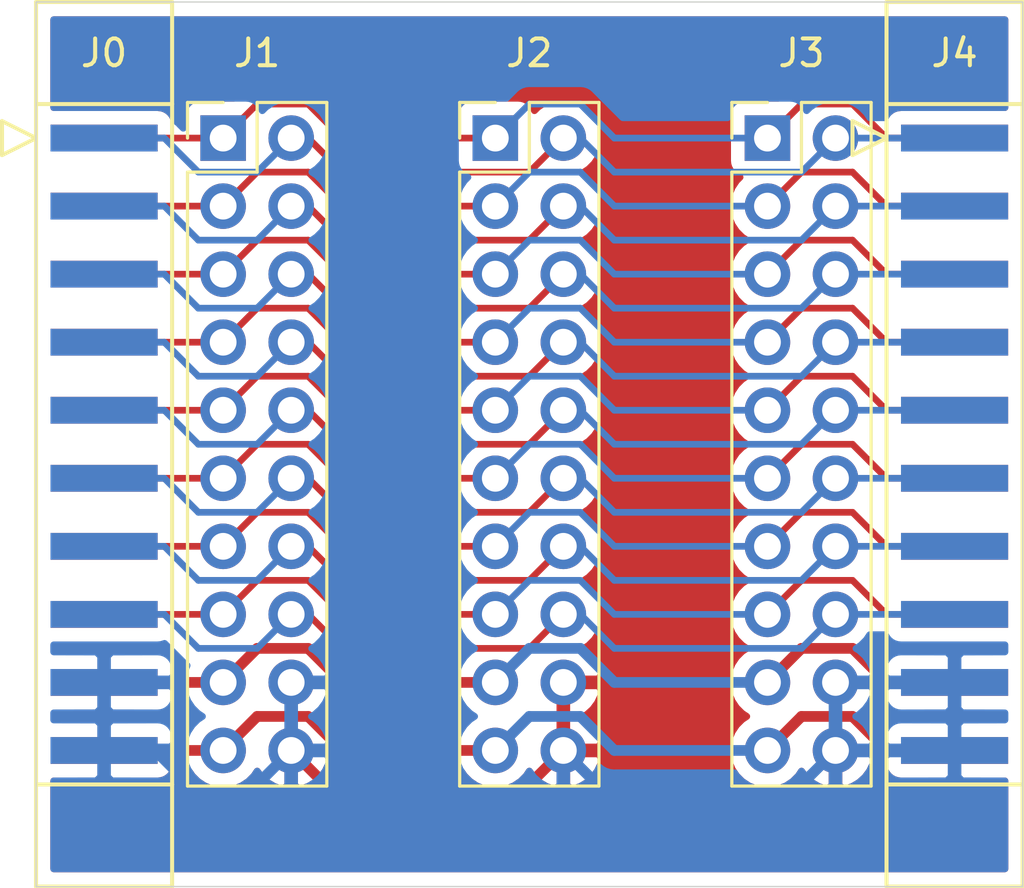
<source format=kicad_pcb>
(kicad_pcb (version 20171130) (host pcbnew "(5.1.5)-3")

  (general
    (thickness 1.6)
    (drawings 8)
    (tracks 250)
    (zones 0)
    (modules 5)
    (nets 20)
  )

  (page A4)
  (layers
    (0 F.Cu signal)
    (31 B.Cu signal)
    (32 B.Adhes user)
    (33 F.Adhes user)
    (34 B.Paste user)
    (35 F.Paste user)
    (36 B.SilkS user)
    (37 F.SilkS user)
    (38 B.Mask user)
    (39 F.Mask user)
    (40 Dwgs.User user)
    (41 Cmts.User user)
    (42 Eco1.User user)
    (43 Eco2.User user)
    (44 Edge.Cuts user)
    (45 Margin user)
    (46 B.CrtYd user)
    (47 F.CrtYd user)
    (48 B.Fab user)
    (49 F.Fab user)
  )

  (setup
    (last_trace_width 0.4)
    (trace_clearance 0.2)
    (zone_clearance 0.508)
    (zone_45_only no)
    (trace_min 0.2)
    (via_size 0.8)
    (via_drill 0.4)
    (via_min_size 0.4)
    (via_min_drill 0.3)
    (uvia_size 0.3)
    (uvia_drill 0.1)
    (uvias_allowed no)
    (uvia_min_size 0.2)
    (uvia_min_drill 0.1)
    (edge_width 0.05)
    (segment_width 0.2)
    (pcb_text_width 0.3)
    (pcb_text_size 1.5 1.5)
    (mod_edge_width 0.12)
    (mod_text_size 1 1)
    (mod_text_width 0.15)
    (pad_size 1.7 1.7)
    (pad_drill 1)
    (pad_to_mask_clearance 0.051)
    (solder_mask_min_width 0.25)
    (aux_axis_origin 0 0)
    (visible_elements 7FFFFF7F)
    (pcbplotparams
      (layerselection 0x010fc_ffffffff)
      (usegerberextensions false)
      (usegerberattributes false)
      (usegerberadvancedattributes false)
      (creategerberjobfile false)
      (excludeedgelayer true)
      (linewidth 0.100000)
      (plotframeref false)
      (viasonmask false)
      (mode 1)
      (useauxorigin false)
      (hpglpennumber 1)
      (hpglpenspeed 20)
      (hpglpendiameter 15.000000)
      (psnegative false)
      (psa4output false)
      (plotreference true)
      (plotvalue true)
      (plotinvisibletext false)
      (padsonsilk false)
      (subtractmaskfromsilk false)
      (outputformat 1)
      (mirror false)
      (drillshape 1)
      (scaleselection 1)
      (outputdirectory ""))
  )

  (net 0 "")
  (net 1 /PB.1)
  (net 2 /PB.12)
  (net 3 /PB.4)
  (net 4 /PB.5)
  (net 5 /PB.6)
  (net 6 /PB.7)
  (net 7 /PB.8)
  (net 8 /PB.10)
  (net 9 /PB.13)
  (net 10 /PB.15)
  (net 11 /VCC)
  (net 12 /GND)
  (net 13 /VCC5V)
  (net 14 /PB.0)
  (net 15 /PB.2)
  (net 16 /PB.3)
  (net 17 /PB.9)
  (net 18 /PB.11)
  (net 19 /PB.14)

  (net_class Default 这是默认网络类。
    (clearance 0.2)
    (trace_width 0.4)
    (via_dia 0.8)
    (via_drill 0.4)
    (uvia_dia 0.3)
    (uvia_drill 0.1)
    (add_net /GND)
    (add_net /PB.0)
    (add_net /PB.1)
    (add_net /PB.10)
    (add_net /PB.11)
    (add_net /PB.12)
    (add_net /PB.13)
    (add_net /PB.14)
    (add_net /PB.15)
    (add_net /PB.2)
    (add_net /PB.3)
    (add_net /PB.4)
    (add_net /PB.5)
    (add_net /PB.6)
    (add_net /PB.7)
    (add_net /PB.8)
    (add_net /PB.9)
    (add_net /VCC)
    (add_net /VCC5V)
  )

  (module SimonQian:PinSocket_2x10_P2.54mm_Horizontal_2Layer (layer F.Cu) (tedit 5B13B570) (tstamp 5E5B874B)
    (at 189.23 141.605)
    (path /5D974276)
    (fp_text reference J0 (at 0 -13.97 180) (layer F.SilkS)
      (effects (font (size 1 1) (thickness 0.15)))
    )
    (fp_text value Conn_02x10_Odd_Even (at 3.81 0.635 270) (layer F.Fab) hide
      (effects (font (size 1 1) (thickness 0.15)))
    )
    (fp_line (start -3.81 -10.16) (end -3.81 -11.43) (layer F.SilkS) (width 0.15))
    (fp_line (start -3.81 -11.43) (end -2.54 -10.795) (layer F.SilkS) (width 0.15))
    (fp_line (start -2.54 -10.795) (end -3.81 -10.16) (layer F.SilkS) (width 0.15))
    (fp_line (start -2.54 -12.065) (end -2.54 -15.875) (layer F.SilkS) (width 0.15))
    (fp_line (start -2.54 -15.875) (end 2.54 -15.875) (layer F.SilkS) (width 0.15))
    (fp_line (start 2.54 -15.875) (end 2.54 -12.065) (layer F.SilkS) (width 0.15))
    (fp_line (start -2.54 13.335) (end -2.54 17.145) (layer F.SilkS) (width 0.15))
    (fp_line (start -2.54 17.145) (end 2.54 17.145) (layer F.SilkS) (width 0.15))
    (fp_line (start 2.54 17.145) (end 2.54 13.335) (layer F.SilkS) (width 0.15))
    (fp_line (start -2.54 13.335) (end -2.54 -12.065) (layer F.SilkS) (width 0.15))
    (fp_line (start -2.54 -12.065) (end 2.54 -12.065) (layer F.SilkS) (width 0.15))
    (fp_line (start 2.54 -12.065) (end 2.54 13.335) (layer F.SilkS) (width 0.15))
    (fp_line (start 2.54 13.335) (end -2.54 13.335) (layer F.SilkS) (width 0.15))
    (pad 1 smd rect (at 0 -10.795 90) (size 1 4) (layers F.Cu F.Paste F.Mask)
      (net 14 /PB.0))
    (pad 2 smd rect (at 0 -10.795 90) (size 1 4) (layers B.Cu B.Paste B.Mask)
      (net 1 /PB.1))
    (pad 3 smd rect (at 0 -8.255 90) (size 1 4) (layers F.Cu F.Paste F.Mask)
      (net 15 /PB.2))
    (pad 4 smd rect (at 0 -8.255 90) (size 1 4) (layers B.Cu B.Paste B.Mask)
      (net 16 /PB.3))
    (pad 5 smd rect (at 0 -5.715 90) (size 1 4) (layers F.Cu F.Paste F.Mask)
      (net 3 /PB.4))
    (pad 6 smd rect (at 0 -5.715 90) (size 1 4) (layers B.Cu B.Paste B.Mask)
      (net 4 /PB.5))
    (pad 7 smd rect (at 0 -3.175 90) (size 1 4) (layers F.Cu F.Paste F.Mask)
      (net 5 /PB.6))
    (pad 8 smd rect (at 0 -3.175 90) (size 1 4) (layers B.Cu B.Paste B.Mask)
      (net 6 /PB.7))
    (pad 9 smd rect (at 0 -0.635 90) (size 1 4) (layers F.Cu F.Paste F.Mask)
      (net 7 /PB.8))
    (pad 10 smd rect (at 0 -0.635 90) (size 1 4) (layers B.Cu B.Paste B.Mask)
      (net 17 /PB.9))
    (pad 11 smd rect (at 0 1.905 90) (size 1 4) (layers F.Cu F.Paste F.Mask)
      (net 8 /PB.10))
    (pad 12 smd rect (at 0 1.905 90) (size 1 4) (layers B.Cu B.Paste B.Mask)
      (net 18 /PB.11))
    (pad 13 smd rect (at 0 4.445 90) (size 1 4) (layers F.Cu F.Paste F.Mask)
      (net 2 /PB.12))
    (pad 14 smd rect (at 0 4.445 90) (size 1 4) (layers B.Cu B.Paste B.Mask)
      (net 9 /PB.13))
    (pad 15 smd rect (at 0 6.985 90) (size 1 4) (layers F.Cu F.Paste F.Mask)
      (net 19 /PB.14))
    (pad 16 smd rect (at 0 6.985 90) (size 1 4) (layers B.Cu B.Paste B.Mask)
      (net 10 /PB.15))
    (pad 17 smd rect (at 0 9.525 90) (size 1 4) (layers F.Cu F.Paste F.Mask)
      (net 11 /VCC))
    (pad 18 smd rect (at 0 9.525 90) (size 1 4) (layers B.Cu B.Paste B.Mask)
      (net 12 /GND))
    (pad 19 smd rect (at 0 12.065 90) (size 1 4) (layers F.Cu F.Paste F.Mask)
      (net 13 /VCC5V))
    (pad 20 smd rect (at 0 12.065 90) (size 1 4) (layers B.Cu B.Paste B.Mask)
      (net 12 /GND))
  )

  (module Connector_PinHeader_2.54mm:PinHeader_2x10_P2.54mm_Vertical (layer F.Cu) (tedit 5E5B8558) (tstamp 5E5B8CED)
    (at 193.675 130.81)
    (descr "Through hole straight pin header, 2x10, 2.54mm pitch, double rows")
    (tags "Through hole pin header THT 2x10 2.54mm double row")
    (path /5E5B8EA8)
    (fp_text reference J1 (at 1.27 -3.175) (layer F.SilkS)
      (effects (font (size 1 1) (thickness 0.15)))
    )
    (fp_text value Conn_02x10_Odd_Even (at 1.27 25.19) (layer F.Fab) hide
      (effects (font (size 1 1) (thickness 0.15)))
    )
    (fp_line (start 0 -1.27) (end 3.81 -1.27) (layer F.Fab) (width 0.1))
    (fp_line (start 3.81 -1.27) (end 3.81 24.13) (layer F.Fab) (width 0.1))
    (fp_line (start 3.81 24.13) (end -1.27 24.13) (layer F.Fab) (width 0.1))
    (fp_line (start -1.27 24.13) (end -1.27 0) (layer F.Fab) (width 0.1))
    (fp_line (start -1.27 0) (end 0 -1.27) (layer F.Fab) (width 0.1))
    (fp_line (start -1.33 24.19) (end 3.87 24.19) (layer F.SilkS) (width 0.12))
    (fp_line (start -1.33 1.27) (end -1.33 24.19) (layer F.SilkS) (width 0.12))
    (fp_line (start 3.87 -1.33) (end 3.87 24.19) (layer F.SilkS) (width 0.12))
    (fp_line (start -1.33 1.27) (end 1.27 1.27) (layer F.SilkS) (width 0.12))
    (fp_line (start 1.27 1.27) (end 1.27 -1.33) (layer F.SilkS) (width 0.12))
    (fp_line (start 1.27 -1.33) (end 3.87 -1.33) (layer F.SilkS) (width 0.12))
    (fp_line (start -1.33 0) (end -1.33 -1.33) (layer F.SilkS) (width 0.12))
    (fp_line (start -1.33 -1.33) (end 0 -1.33) (layer F.SilkS) (width 0.12))
    (fp_line (start -1.8 -1.8) (end -1.8 24.65) (layer F.CrtYd) (width 0.05))
    (fp_line (start -1.8 24.65) (end 4.35 24.65) (layer F.CrtYd) (width 0.05))
    (fp_line (start 4.35 24.65) (end 4.35 -1.8) (layer F.CrtYd) (width 0.05))
    (fp_line (start 4.35 -1.8) (end -1.8 -1.8) (layer F.CrtYd) (width 0.05))
    (fp_text user %R (at 1.27 11.43 90) (layer F.Fab) hide
      (effects (font (size 1 1) (thickness 0.15)))
    )
    (pad 1 thru_hole rect (at 0 0) (size 1.7 1.7) (drill 1) (layers *.Cu *.Mask)
      (net 14 /PB.0))
    (pad 2 thru_hole oval (at 2.54 0) (size 1.7 1.7) (drill 1) (layers *.Cu *.Mask)
      (net 1 /PB.1))
    (pad 3 thru_hole oval (at 0 2.54) (size 1.7 1.7) (drill 1) (layers *.Cu *.Mask)
      (net 15 /PB.2))
    (pad 4 thru_hole oval (at 2.54 2.54) (size 1.7 1.7) (drill 1) (layers *.Cu *.Mask)
      (net 16 /PB.3))
    (pad 5 thru_hole oval (at 0 5.08) (size 1.7 1.7) (drill 1) (layers *.Cu *.Mask)
      (net 3 /PB.4))
    (pad 6 thru_hole oval (at 2.54 5.08) (size 1.7 1.7) (drill 1) (layers *.Cu *.Mask)
      (net 4 /PB.5))
    (pad 7 thru_hole oval (at 0 7.62) (size 1.7 1.7) (drill 1) (layers *.Cu *.Mask)
      (net 5 /PB.6))
    (pad 8 thru_hole oval (at 2.54 7.62) (size 1.7 1.7) (drill 1) (layers *.Cu *.Mask)
      (net 6 /PB.7))
    (pad 9 thru_hole oval (at 0 10.16) (size 1.7 1.7) (drill 1) (layers *.Cu *.Mask)
      (net 7 /PB.8))
    (pad 10 thru_hole oval (at 2.54 10.16) (size 1.7 1.7) (drill 1) (layers *.Cu *.Mask)
      (net 17 /PB.9))
    (pad 11 thru_hole oval (at 0 12.7) (size 1.7 1.7) (drill 1) (layers *.Cu *.Mask)
      (net 8 /PB.10))
    (pad 12 thru_hole oval (at 2.54 12.7) (size 1.7 1.7) (drill 1) (layers *.Cu *.Mask)
      (net 18 /PB.11))
    (pad 13 thru_hole oval (at 0 15.24) (size 1.7 1.7) (drill 1) (layers *.Cu *.Mask)
      (net 2 /PB.12))
    (pad 14 thru_hole oval (at 2.54 15.24) (size 1.7 1.7) (drill 1) (layers *.Cu *.Mask)
      (net 9 /PB.13))
    (pad 15 thru_hole oval (at 0 17.78) (size 1.7 1.7) (drill 1) (layers *.Cu *.Mask)
      (net 19 /PB.14))
    (pad 16 thru_hole oval (at 2.54 17.78) (size 1.7 1.7) (drill 1) (layers *.Cu *.Mask)
      (net 10 /PB.15))
    (pad 17 thru_hole oval (at 0 20.32) (size 1.7 1.7) (drill 1) (layers *.Cu *.Mask)
      (net 11 /VCC))
    (pad 18 thru_hole oval (at 2.54 20.32) (size 1.7 1.7) (drill 1) (layers *.Cu *.Mask)
      (net 12 /GND))
    (pad 19 thru_hole oval (at 0 22.86) (size 1.7 1.7) (drill 1) (layers *.Cu *.Mask)
      (net 13 /VCC5V))
    (pad 20 thru_hole oval (at 2.54 22.86) (size 1.7 1.7) (drill 1) (layers *.Cu *.Mask)
      (net 12 /GND))
    (model ${KISYS3DMOD}/Connector_PinHeader_2.54mm.3dshapes/PinHeader_2x10_P2.54mm_Vertical.wrl
      (at (xyz 0 0 0))
      (scale (xyz 1 1 1))
      (rotate (xyz 0 0 0))
    )
  )

  (module Connector_PinHeader_2.54mm:PinHeader_2x10_P2.54mm_Vertical (layer F.Cu) (tedit 5E5B863B) (tstamp 5E5B9823)
    (at 203.835 130.81)
    (descr "Through hole straight pin header, 2x10, 2.54mm pitch, double rows")
    (tags "Through hole pin header THT 2x10 2.54mm double row")
    (path /5E5BE92F)
    (fp_text reference J2 (at 1.27 -3.175) (layer F.SilkS)
      (effects (font (size 1 1) (thickness 0.15)))
    )
    (fp_text value Conn_02x10_Odd_Even (at 1.27 25.19) (layer F.Fab) hide
      (effects (font (size 1 1) (thickness 0.15)))
    )
    (fp_line (start 0 -1.27) (end 3.81 -1.27) (layer F.Fab) (width 0.1))
    (fp_line (start 3.81 -1.27) (end 3.81 24.13) (layer F.Fab) (width 0.1))
    (fp_line (start 3.81 24.13) (end -1.27 24.13) (layer F.Fab) (width 0.1))
    (fp_line (start -1.27 24.13) (end -1.27 0) (layer F.Fab) (width 0.1))
    (fp_line (start -1.27 0) (end 0 -1.27) (layer F.Fab) (width 0.1))
    (fp_line (start -1.33 24.19) (end 3.87 24.19) (layer F.SilkS) (width 0.12))
    (fp_line (start -1.33 1.27) (end -1.33 24.19) (layer F.SilkS) (width 0.12))
    (fp_line (start 3.87 -1.33) (end 3.87 24.19) (layer F.SilkS) (width 0.12))
    (fp_line (start -1.33 1.27) (end 1.27 1.27) (layer F.SilkS) (width 0.12))
    (fp_line (start 1.27 1.27) (end 1.27 -1.33) (layer F.SilkS) (width 0.12))
    (fp_line (start 1.27 -1.33) (end 3.87 -1.33) (layer F.SilkS) (width 0.12))
    (fp_line (start -1.33 0) (end -1.33 -1.33) (layer F.SilkS) (width 0.12))
    (fp_line (start -1.33 -1.33) (end 0 -1.33) (layer F.SilkS) (width 0.12))
    (fp_line (start -1.8 -1.8) (end -1.8 24.65) (layer F.CrtYd) (width 0.05))
    (fp_line (start -1.8 24.65) (end 4.35 24.65) (layer F.CrtYd) (width 0.05))
    (fp_line (start 4.35 24.65) (end 4.35 -1.8) (layer F.CrtYd) (width 0.05))
    (fp_line (start 4.35 -1.8) (end -1.8 -1.8) (layer F.CrtYd) (width 0.05))
    (fp_text user %R (at 1.27 11.43 90) (layer F.Fab) hide
      (effects (font (size 1 1) (thickness 0.15)))
    )
    (pad 1 thru_hole rect (at 0 0) (size 1.7 1.7) (drill 1) (layers *.Cu *.Mask)
      (net 14 /PB.0))
    (pad 2 thru_hole oval (at 2.54 0) (size 1.7 1.7) (drill 1) (layers *.Cu *.Mask)
      (net 1 /PB.1))
    (pad 3 thru_hole oval (at 0 2.54) (size 1.7 1.7) (drill 1) (layers *.Cu *.Mask)
      (net 15 /PB.2))
    (pad 4 thru_hole oval (at 2.54 2.54) (size 1.7 1.7) (drill 1) (layers *.Cu *.Mask)
      (net 16 /PB.3))
    (pad 5 thru_hole oval (at 0 5.08) (size 1.7 1.7) (drill 1) (layers *.Cu *.Mask)
      (net 3 /PB.4))
    (pad 6 thru_hole oval (at 2.54 5.08) (size 1.7 1.7) (drill 1) (layers *.Cu *.Mask)
      (net 4 /PB.5))
    (pad 7 thru_hole oval (at 0 7.62) (size 1.7 1.7) (drill 1) (layers *.Cu *.Mask)
      (net 5 /PB.6))
    (pad 8 thru_hole oval (at 2.54 7.62) (size 1.7 1.7) (drill 1) (layers *.Cu *.Mask)
      (net 6 /PB.7))
    (pad 9 thru_hole oval (at 0 10.16) (size 1.7 1.7) (drill 1) (layers *.Cu *.Mask)
      (net 7 /PB.8))
    (pad 10 thru_hole oval (at 2.54 10.16) (size 1.7 1.7) (drill 1) (layers *.Cu *.Mask)
      (net 17 /PB.9))
    (pad 11 thru_hole oval (at 0 12.7) (size 1.7 1.7) (drill 1) (layers *.Cu *.Mask)
      (net 8 /PB.10))
    (pad 12 thru_hole oval (at 2.54 12.7) (size 1.7 1.7) (drill 1) (layers *.Cu *.Mask)
      (net 18 /PB.11))
    (pad 13 thru_hole oval (at 0 15.24) (size 1.7 1.7) (drill 1) (layers *.Cu *.Mask)
      (net 2 /PB.12))
    (pad 14 thru_hole oval (at 2.54 15.24) (size 1.7 1.7) (drill 1) (layers *.Cu *.Mask)
      (net 9 /PB.13))
    (pad 15 thru_hole oval (at 0 17.78) (size 1.7 1.7) (drill 1) (layers *.Cu *.Mask)
      (net 19 /PB.14))
    (pad 16 thru_hole oval (at 2.54 17.78) (size 1.7 1.7) (drill 1) (layers *.Cu *.Mask)
      (net 10 /PB.15))
    (pad 17 thru_hole oval (at 0 20.32) (size 1.7 1.7) (drill 1) (layers *.Cu *.Mask)
      (net 11 /VCC))
    (pad 18 thru_hole oval (at 2.54 20.32) (size 1.7 1.7) (drill 1) (layers *.Cu *.Mask)
      (net 12 /GND))
    (pad 19 thru_hole oval (at 0 22.86) (size 1.7 1.7) (drill 1) (layers *.Cu *.Mask)
      (net 13 /VCC5V))
    (pad 20 thru_hole oval (at 2.54 22.86) (size 1.7 1.7) (drill 1) (layers *.Cu *.Mask)
      (net 12 /GND))
    (model ${KISYS3DMOD}/Connector_PinHeader_2.54mm.3dshapes/PinHeader_2x10_P2.54mm_Vertical.wrl
      (at (xyz 0 0 0))
      (scale (xyz 1 1 1))
      (rotate (xyz 0 0 0))
    )
  )

  (module Connector_PinHeader_2.54mm:PinHeader_2x10_P2.54mm_Vertical (layer F.Cu) (tedit 5E5B86DA) (tstamp 5E5B984D)
    (at 213.995 130.81)
    (descr "Through hole straight pin header, 2x10, 2.54mm pitch, double rows")
    (tags "Through hole pin header THT 2x10 2.54mm double row")
    (path /5E5C254D)
    (fp_text reference J3 (at 1.27 -3.175) (layer F.SilkS)
      (effects (font (size 1 1) (thickness 0.15)))
    )
    (fp_text value Conn_02x10_Odd_Even (at 1.27 25.19) (layer F.Fab) hide
      (effects (font (size 1 1) (thickness 0.15)))
    )
    (fp_text user %R (at 1.27 11.43 90) (layer F.Fab) hide
      (effects (font (size 1 1) (thickness 0.15)))
    )
    (fp_line (start 4.35 -1.8) (end -1.8 -1.8) (layer F.CrtYd) (width 0.05))
    (fp_line (start 4.35 24.65) (end 4.35 -1.8) (layer F.CrtYd) (width 0.05))
    (fp_line (start -1.8 24.65) (end 4.35 24.65) (layer F.CrtYd) (width 0.05))
    (fp_line (start -1.8 -1.8) (end -1.8 24.65) (layer F.CrtYd) (width 0.05))
    (fp_line (start -1.33 -1.33) (end 0 -1.33) (layer F.SilkS) (width 0.12))
    (fp_line (start -1.33 0) (end -1.33 -1.33) (layer F.SilkS) (width 0.12))
    (fp_line (start 1.27 -1.33) (end 3.87 -1.33) (layer F.SilkS) (width 0.12))
    (fp_line (start 1.27 1.27) (end 1.27 -1.33) (layer F.SilkS) (width 0.12))
    (fp_line (start -1.33 1.27) (end 1.27 1.27) (layer F.SilkS) (width 0.12))
    (fp_line (start 3.87 -1.33) (end 3.87 24.19) (layer F.SilkS) (width 0.12))
    (fp_line (start -1.33 1.27) (end -1.33 24.19) (layer F.SilkS) (width 0.12))
    (fp_line (start -1.33 24.19) (end 3.87 24.19) (layer F.SilkS) (width 0.12))
    (fp_line (start -1.27 0) (end 0 -1.27) (layer F.Fab) (width 0.1))
    (fp_line (start -1.27 24.13) (end -1.27 0) (layer F.Fab) (width 0.1))
    (fp_line (start 3.81 24.13) (end -1.27 24.13) (layer F.Fab) (width 0.1))
    (fp_line (start 3.81 -1.27) (end 3.81 24.13) (layer F.Fab) (width 0.1))
    (fp_line (start 0 -1.27) (end 3.81 -1.27) (layer F.Fab) (width 0.1))
    (pad 20 thru_hole oval (at 2.54 22.86) (size 1.7 1.7) (drill 1) (layers *.Cu *.Mask)
      (net 12 /GND))
    (pad 19 thru_hole oval (at 0 22.86) (size 1.7 1.7) (drill 1) (layers *.Cu *.Mask)
      (net 13 /VCC5V))
    (pad 18 thru_hole oval (at 2.54 20.32) (size 1.7 1.7) (drill 1) (layers *.Cu *.Mask)
      (net 12 /GND))
    (pad 17 thru_hole oval (at 0 20.32) (size 1.7 1.7) (drill 1) (layers *.Cu *.Mask)
      (net 11 /VCC))
    (pad 16 thru_hole oval (at 2.54 17.78) (size 1.7 1.7) (drill 1) (layers *.Cu *.Mask)
      (net 10 /PB.15))
    (pad 15 thru_hole oval (at 0 17.78) (size 1.7 1.7) (drill 1) (layers *.Cu *.Mask)
      (net 19 /PB.14))
    (pad 14 thru_hole oval (at 2.54 15.24) (size 1.7 1.7) (drill 1) (layers *.Cu *.Mask)
      (net 9 /PB.13))
    (pad 13 thru_hole oval (at 0 15.24) (size 1.7 1.7) (drill 1) (layers *.Cu *.Mask)
      (net 2 /PB.12))
    (pad 12 thru_hole oval (at 2.54 12.7) (size 1.7 1.7) (drill 1) (layers *.Cu *.Mask)
      (net 18 /PB.11))
    (pad 11 thru_hole oval (at 0 12.7) (size 1.7 1.7) (drill 1) (layers *.Cu *.Mask)
      (net 8 /PB.10))
    (pad 10 thru_hole oval (at 2.54 10.16) (size 1.7 1.7) (drill 1) (layers *.Cu *.Mask)
      (net 17 /PB.9))
    (pad 9 thru_hole oval (at 0 10.16) (size 1.7 1.7) (drill 1) (layers *.Cu *.Mask)
      (net 7 /PB.8))
    (pad 8 thru_hole oval (at 2.54 7.62) (size 1.7 1.7) (drill 1) (layers *.Cu *.Mask)
      (net 6 /PB.7))
    (pad 7 thru_hole oval (at 0 7.62) (size 1.7 1.7) (drill 1) (layers *.Cu *.Mask)
      (net 5 /PB.6))
    (pad 6 thru_hole oval (at 2.54 5.08) (size 1.7 1.7) (drill 1) (layers *.Cu *.Mask)
      (net 4 /PB.5))
    (pad 5 thru_hole oval (at 0 5.08) (size 1.7 1.7) (drill 1) (layers *.Cu *.Mask)
      (net 3 /PB.4))
    (pad 4 thru_hole oval (at 2.54 2.54) (size 1.7 1.7) (drill 1) (layers *.Cu *.Mask)
      (net 16 /PB.3))
    (pad 3 thru_hole oval (at 0 2.54) (size 1.7 1.7) (drill 1) (layers *.Cu *.Mask)
      (net 15 /PB.2))
    (pad 2 thru_hole oval (at 2.54 0) (size 1.7 1.7) (drill 1) (layers *.Cu *.Mask)
      (net 1 /PB.1))
    (pad 1 thru_hole rect (at 0 0) (size 1.7 1.7) (drill 1) (layers *.Cu *.Mask)
      (net 14 /PB.0))
    (model ${KISYS3DMOD}/Connector_PinHeader_2.54mm.3dshapes/PinHeader_2x10_P2.54mm_Vertical.wrl
      (at (xyz 0 0 0))
      (scale (xyz 1 1 1))
      (rotate (xyz 0 0 0))
    )
  )

  (module SimonQian:PinSocket_2x10_P2.54mm_Horizontal_2Layer (layer F.Cu) (tedit 5E5B86EA) (tstamp 5E5B9872)
    (at 220.98 141.605)
    (path /5E5C6C9F)
    (fp_text reference J4 (at 0 -13.97 180) (layer F.SilkS)
      (effects (font (size 1 1) (thickness 0.15)))
    )
    (fp_text value Conn_02x10_Odd_Even (at 3.81 0.635 90) (layer F.Fab) hide
      (effects (font (size 1 1) (thickness 0.15)))
    )
    (fp_line (start -3.81 -10.16) (end -3.81 -11.43) (layer F.SilkS) (width 0.15))
    (fp_line (start -3.81 -11.43) (end -2.54 -10.795) (layer F.SilkS) (width 0.15))
    (fp_line (start -2.54 -10.795) (end -3.81 -10.16) (layer F.SilkS) (width 0.15))
    (fp_line (start -2.54 -12.065) (end -2.54 -15.875) (layer F.SilkS) (width 0.15))
    (fp_line (start -2.54 -15.875) (end 2.54 -15.875) (layer F.SilkS) (width 0.15))
    (fp_line (start 2.54 -15.875) (end 2.54 -12.065) (layer F.SilkS) (width 0.15))
    (fp_line (start -2.54 13.335) (end -2.54 17.145) (layer F.SilkS) (width 0.15))
    (fp_line (start -2.54 17.145) (end 2.54 17.145) (layer F.SilkS) (width 0.15))
    (fp_line (start 2.54 17.145) (end 2.54 13.335) (layer F.SilkS) (width 0.15))
    (fp_line (start -2.54 13.335) (end -2.54 -12.065) (layer F.SilkS) (width 0.15))
    (fp_line (start -2.54 -12.065) (end 2.54 -12.065) (layer F.SilkS) (width 0.15))
    (fp_line (start 2.54 -12.065) (end 2.54 13.335) (layer F.SilkS) (width 0.15))
    (fp_line (start 2.54 13.335) (end -2.54 13.335) (layer F.SilkS) (width 0.15))
    (pad 1 smd rect (at 0 -10.795 90) (size 1 4) (layers F.Cu F.Paste F.Mask)
      (net 14 /PB.0))
    (pad 2 smd rect (at 0 -10.795 90) (size 1 4) (layers B.Cu B.Paste B.Mask)
      (net 1 /PB.1))
    (pad 3 smd rect (at 0 -8.255 90) (size 1 4) (layers F.Cu F.Paste F.Mask)
      (net 15 /PB.2))
    (pad 4 smd rect (at 0 -8.255 90) (size 1 4) (layers B.Cu B.Paste B.Mask)
      (net 16 /PB.3))
    (pad 5 smd rect (at 0 -5.715 90) (size 1 4) (layers F.Cu F.Paste F.Mask)
      (net 3 /PB.4))
    (pad 6 smd rect (at 0 -5.715 90) (size 1 4) (layers B.Cu B.Paste B.Mask)
      (net 4 /PB.5))
    (pad 7 smd rect (at 0 -3.175 90) (size 1 4) (layers F.Cu F.Paste F.Mask)
      (net 5 /PB.6))
    (pad 8 smd rect (at 0 -3.175 90) (size 1 4) (layers B.Cu B.Paste B.Mask)
      (net 6 /PB.7))
    (pad 9 smd rect (at 0 -0.635 90) (size 1 4) (layers F.Cu F.Paste F.Mask)
      (net 7 /PB.8))
    (pad 10 smd rect (at 0 -0.635 90) (size 1 4) (layers B.Cu B.Paste B.Mask)
      (net 17 /PB.9))
    (pad 11 smd rect (at 0 1.905 90) (size 1 4) (layers F.Cu F.Paste F.Mask)
      (net 8 /PB.10))
    (pad 12 smd rect (at 0 1.905 90) (size 1 4) (layers B.Cu B.Paste B.Mask)
      (net 18 /PB.11))
    (pad 13 smd rect (at 0 4.445 90) (size 1 4) (layers F.Cu F.Paste F.Mask)
      (net 2 /PB.12))
    (pad 14 smd rect (at 0 4.445 90) (size 1 4) (layers B.Cu B.Paste B.Mask)
      (net 9 /PB.13))
    (pad 15 smd rect (at 0 6.985 90) (size 1 4) (layers F.Cu F.Paste F.Mask)
      (net 19 /PB.14))
    (pad 16 smd rect (at 0 6.985 90) (size 1 4) (layers B.Cu B.Paste B.Mask)
      (net 10 /PB.15))
    (pad 17 smd rect (at 0 9.525 90) (size 1 4) (layers F.Cu F.Paste F.Mask)
      (net 11 /VCC))
    (pad 18 smd rect (at 0 9.525 90) (size 1 4) (layers B.Cu B.Paste B.Mask)
      (net 12 /GND))
    (pad 19 smd rect (at 0 12.065 90) (size 1 4) (layers F.Cu F.Paste F.Mask)
      (net 13 /VCC5V))
    (pad 20 smd rect (at 0 12.065 90) (size 1 4) (layers B.Cu B.Paste B.Mask)
      (net 12 /GND))
  )

  (gr_line (start 186.69 158.75) (end 186.69 125.73) (angle 90) (layer Margin) (width 0.15))
  (gr_line (start 223.52 158.75) (end 186.69 158.75) (angle 90) (layer Margin) (width 0.15))
  (gr_line (start 223.52 125.73) (end 223.52 158.75) (angle 90) (layer Margin) (width 0.15))
  (gr_line (start 186.69 125.73) (end 223.52 125.73) (angle 90) (layer Margin) (width 0.15))
  (gr_line (start 186.69 158.75) (end 186.69 125.73) (angle 90) (layer Edge.Cuts) (width 0.05))
  (gr_line (start 223.52 158.75) (end 186.69 158.75) (angle 90) (layer Edge.Cuts) (width 0.05))
  (gr_line (start 223.52 125.73) (end 223.52 158.75) (angle 90) (layer Edge.Cuts) (width 0.05))
  (gr_line (start 186.69 125.73) (end 223.52 125.73) (angle 90) (layer Edge.Cuts) (width 0.05))

  (segment (start 191.48 130.81) (end 192.75 132.08) (width 0.25) (layer B.Cu) (net 1))
  (segment (start 189.23 130.81) (end 191.48 130.81) (width 0.25) (layer B.Cu) (net 1))
  (segment (start 194.945 132.08) (end 196.215 130.81) (width 0.25) (layer B.Cu) (net 1))
  (segment (start 192.75 132.08) (end 194.945 132.08) (width 0.25) (layer B.Cu) (net 1))
  (segment (start 196.215 130.81) (end 196.85 130.81) (width 0.25) (layer F.Cu) (net 1) (status C00000))
  (segment (start 205.105 132.08) (end 206.375 130.81) (width 0.25) (layer F.Cu) (net 1) (tstamp 5E5BB516) (status 800000))
  (segment (start 198.12 132.08) (end 205.105 132.08) (width 0.25) (layer F.Cu) (net 1))
  (segment (start 196.85 130.81) (end 198.12 132.08) (width 0.25) (layer F.Cu) (net 1) (tstamp 5E5B95CE) (status 400000))
  (segment (start 216.535 130.81) (end 220.98 130.81) (width 0.25) (layer B.Cu) (net 1) (status C00000))
  (segment (start 206.375 130.81) (end 207.01 130.81) (width 0.25) (layer B.Cu) (net 1) (status C00000))
  (segment (start 215.265 132.08) (end 216.535 130.81) (width 0.25) (layer B.Cu) (net 1) (tstamp 5E5BB709) (status 800000))
  (segment (start 208.28 132.08) (end 215.265 132.08) (width 0.25) (layer B.Cu) (net 1) (tstamp 5E5BB707))
  (segment (start 207.01 130.81) (end 208.28 132.08) (width 0.25) (layer B.Cu) (net 1) (tstamp 5E5BB706) (status 400000))
  (segment (start 189.23 146.05) (end 193.675 146.05) (width 0.25) (layer F.Cu) (net 2))
  (segment (start 193.675 146.05) (end 194.945 144.78) (width 0.25) (layer F.Cu) (net 2) (tstamp 5E5B95F9) (status 400000))
  (segment (start 198.12 146.05) (end 203.835 146.05) (width 0.25) (layer F.Cu) (net 2) (status 800000))
  (segment (start 198.12 146.05) (end 196.85 144.78) (width 0.25) (layer F.Cu) (net 2) (tstamp 5E5B95F5))
  (segment (start 196.85 144.78) (end 194.945 144.78) (width 0.25) (layer F.Cu) (net 2) (tstamp 5E5B95F7))
  (segment (start 203.835 146.05) (end 205.105 144.78) (width 0.25) (layer B.Cu) (net 2) (status 400000))
  (segment (start 208.28 146.05) (end 213.995 146.05) (width 0.25) (layer B.Cu) (net 2) (tstamp 5E5BB756) (status 800000))
  (segment (start 207.01 144.78) (end 208.28 146.05) (width 0.25) (layer B.Cu) (net 2) (tstamp 5E5BB754))
  (segment (start 205.105 144.78) (end 207.01 144.78) (width 0.25) (layer B.Cu) (net 2) (tstamp 5E5BB753))
  (segment (start 213.995 146.05) (end 215.265 144.78) (width 0.25) (layer F.Cu) (net 2) (status 400000))
  (segment (start 218.44 146.05) (end 220.98 146.05) (width 0.25) (layer F.Cu) (net 2) (tstamp 5E5BB794) (status 800000))
  (segment (start 217.17 144.78) (end 218.44 146.05) (width 0.25) (layer F.Cu) (net 2) (tstamp 5E5BB792))
  (segment (start 215.265 144.78) (end 217.17 144.78) (width 0.25) (layer F.Cu) (net 2) (tstamp 5E5BB791))
  (segment (start 189.23 135.89) (end 193.675 135.89) (width 0.25) (layer F.Cu) (net 3))
  (segment (start 193.675 135.89) (end 194.945 134.62) (width 0.25) (layer F.Cu) (net 3) (tstamp 5E5B95DC) (status 400000))
  (segment (start 198.12 135.89) (end 203.835 135.89) (width 0.25) (layer F.Cu) (net 3) (status 800000))
  (segment (start 198.12 135.89) (end 196.85 134.62) (width 0.25) (layer F.Cu) (net 3) (tstamp 5E5B95D8))
  (segment (start 196.85 134.62) (end 194.945 134.62) (width 0.25) (layer F.Cu) (net 3) (tstamp 5E5B95DA))
  (segment (start 203.835 135.89) (end 205.105 134.62) (width 0.25) (layer B.Cu) (net 3) (status 400000))
  (segment (start 208.28 135.89) (end 213.995 135.89) (width 0.25) (layer B.Cu) (net 3) (tstamp 5E5BB71E) (status 800000))
  (segment (start 207.01 134.62) (end 208.28 135.89) (width 0.25) (layer B.Cu) (net 3) (tstamp 5E5BB71C))
  (segment (start 205.105 134.62) (end 207.01 134.62) (width 0.25) (layer B.Cu) (net 3) (tstamp 5E5BB71B))
  (segment (start 213.995 135.89) (end 215.265 134.62) (width 0.25) (layer F.Cu) (net 3) (status 400000))
  (segment (start 218.44 135.89) (end 220.98 135.89) (width 0.25) (layer F.Cu) (net 3) (tstamp 5E5BB778) (status 800000))
  (segment (start 217.17 134.62) (end 218.44 135.89) (width 0.25) (layer F.Cu) (net 3) (tstamp 5E5BB776))
  (segment (start 215.265 134.62) (end 217.17 134.62) (width 0.25) (layer F.Cu) (net 3) (tstamp 5E5BB775))
  (segment (start 191.48 135.89) (end 192.75 137.16) (width 0.25) (layer B.Cu) (net 4))
  (segment (start 189.23 135.89) (end 191.48 135.89) (width 0.25) (layer B.Cu) (net 4))
  (segment (start 194.945 137.16) (end 196.215 135.89) (width 0.25) (layer B.Cu) (net 4))
  (segment (start 192.75 137.16) (end 194.945 137.16) (width 0.25) (layer B.Cu) (net 4))
  (segment (start 196.215 135.89) (end 196.85 135.89) (width 0.25) (layer F.Cu) (net 4) (status C00000))
  (segment (start 205.105 137.16) (end 206.375 135.89) (width 0.25) (layer F.Cu) (net 4) (tstamp 5E5BB6D6) (status 800000))
  (segment (start 198.12 137.16) (end 205.105 137.16) (width 0.25) (layer F.Cu) (net 4))
  (segment (start 196.85 135.89) (end 198.12 137.16) (width 0.25) (layer F.Cu) (net 4) (tstamp 5E5B9612) (status 400000))
  (segment (start 206.375 135.89) (end 207.01 135.89) (width 0.25) (layer B.Cu) (net 4) (status C00000))
  (segment (start 215.265 137.16) (end 216.535 135.89) (width 0.25) (layer B.Cu) (net 4) (tstamp 5E5BB725) (status 800000))
  (segment (start 208.28 137.16) (end 215.265 137.16) (width 0.25) (layer B.Cu) (net 4) (tstamp 5E5BB723))
  (segment (start 207.01 135.89) (end 208.28 137.16) (width 0.25) (layer B.Cu) (net 4) (tstamp 5E5BB722) (status 400000))
  (segment (start 216.535 135.89) (end 220.98 135.89) (width 0.25) (layer B.Cu) (net 4) (status C00000))
  (segment (start 189.23 138.43) (end 193.675 138.43) (width 0.25) (layer F.Cu) (net 5))
  (segment (start 193.675 138.43) (end 194.945 137.16) (width 0.25) (layer F.Cu) (net 5) (status 400000))
  (segment (start 198.12 138.43) (end 203.835 138.43) (width 0.25) (layer F.Cu) (net 5) (status 800000))
  (segment (start 194.945 137.16) (end 196.85 137.16) (width 0.25) (layer F.Cu) (net 5) (tstamp 5E5B95E0))
  (segment (start 196.85 137.16) (end 198.12 138.43) (width 0.25) (layer F.Cu) (net 5) (tstamp 5E5B95E1))
  (segment (start 203.835 138.43) (end 205.105 137.16) (width 0.25) (layer B.Cu) (net 5) (status 400000))
  (segment (start 208.28 138.43) (end 213.995 138.43) (width 0.25) (layer B.Cu) (net 5) (tstamp 5E5BB72C) (status 800000))
  (segment (start 207.01 137.16) (end 208.28 138.43) (width 0.25) (layer B.Cu) (net 5) (tstamp 5E5BB72A))
  (segment (start 205.105 137.16) (end 207.01 137.16) (width 0.25) (layer B.Cu) (net 5) (tstamp 5E5BB729))
  (segment (start 213.995 138.43) (end 215.265 137.16) (width 0.25) (layer F.Cu) (net 5) (status 400000))
  (segment (start 218.44 138.43) (end 220.98 138.43) (width 0.25) (layer F.Cu) (net 5) (tstamp 5E5BB77F) (status 800000))
  (segment (start 217.17 137.16) (end 218.44 138.43) (width 0.25) (layer F.Cu) (net 5) (tstamp 5E5BB77D))
  (segment (start 215.265 137.16) (end 217.17 137.16) (width 0.25) (layer F.Cu) (net 5) (tstamp 5E5BB77C))
  (segment (start 191.48 138.43) (end 192.75 139.7) (width 0.25) (layer B.Cu) (net 6))
  (segment (start 189.23 138.43) (end 191.48 138.43) (width 0.25) (layer B.Cu) (net 6))
  (segment (start 194.945 139.7) (end 196.215 138.43) (width 0.25) (layer B.Cu) (net 6))
  (segment (start 192.75 139.7) (end 194.945 139.7) (width 0.25) (layer B.Cu) (net 6))
  (segment (start 196.215 138.43) (end 196.85 138.43) (width 0.25) (layer F.Cu) (net 6) (status C00000))
  (segment (start 205.105 139.7) (end 206.375 138.43) (width 0.25) (layer F.Cu) (net 6) (tstamp 5E5BB6DC) (status 800000))
  (segment (start 198.12 139.7) (end 205.105 139.7) (width 0.25) (layer F.Cu) (net 6))
  (segment (start 196.85 138.43) (end 198.12 139.7) (width 0.25) (layer F.Cu) (net 6) (tstamp 5E5B961C) (status 400000))
  (segment (start 206.375 138.43) (end 207.01 138.43) (width 0.25) (layer B.Cu) (net 6) (status C00000))
  (segment (start 215.265 139.7) (end 216.535 138.43) (width 0.25) (layer B.Cu) (net 6) (tstamp 5E5BB733) (status 800000))
  (segment (start 208.28 139.7) (end 215.265 139.7) (width 0.25) (layer B.Cu) (net 6) (tstamp 5E5BB731))
  (segment (start 207.01 138.43) (end 208.28 139.7) (width 0.25) (layer B.Cu) (net 6) (tstamp 5E5BB730) (status 400000))
  (segment (start 216.535 138.43) (end 220.98 138.43) (width 0.25) (layer B.Cu) (net 6) (status C00000))
  (segment (start 189.23 140.97) (end 193.675 140.97) (width 0.25) (layer F.Cu) (net 7))
  (segment (start 193.675 140.97) (end 194.945 139.7) (width 0.25) (layer F.Cu) (net 7) (tstamp 5E5B95E9) (status 400000))
  (segment (start 198.12 140.97) (end 203.835 140.97) (width 0.25) (layer F.Cu) (net 7) (status 800000))
  (segment (start 198.12 140.97) (end 196.85 139.7) (width 0.25) (layer F.Cu) (net 7) (tstamp 5E5B95E5))
  (segment (start 196.85 139.7) (end 194.945 139.7) (width 0.25) (layer F.Cu) (net 7) (tstamp 5E5B95E7))
  (segment (start 203.835 140.97) (end 205.105 139.7) (width 0.25) (layer B.Cu) (net 7) (status 400000))
  (segment (start 208.28 140.97) (end 213.995 140.97) (width 0.25) (layer B.Cu) (net 7) (tstamp 5E5BB73A) (status 800000))
  (segment (start 207.01 139.7) (end 208.28 140.97) (width 0.25) (layer B.Cu) (net 7) (tstamp 5E5BB738))
  (segment (start 205.105 139.7) (end 207.01 139.7) (width 0.25) (layer B.Cu) (net 7) (tstamp 5E5BB737))
  (segment (start 213.995 140.97) (end 215.265 139.7) (width 0.25) (layer F.Cu) (net 7) (status 400000))
  (segment (start 218.44 140.97) (end 220.98 140.97) (width 0.25) (layer F.Cu) (net 7) (tstamp 5E5BB786) (status 800000))
  (segment (start 217.17 139.7) (end 218.44 140.97) (width 0.25) (layer F.Cu) (net 7) (tstamp 5E5BB784))
  (segment (start 215.265 139.7) (end 217.17 139.7) (width 0.25) (layer F.Cu) (net 7) (tstamp 5E5BB783))
  (segment (start 189.23 143.51) (end 193.675 143.51) (width 0.25) (layer F.Cu) (net 8))
  (segment (start 193.675 143.51) (end 194.945 142.24) (width 0.25) (layer F.Cu) (net 8) (tstamp 5E5B95F1) (status 400000))
  (segment (start 198.12 143.51) (end 203.835 143.51) (width 0.25) (layer F.Cu) (net 8) (status 800000))
  (segment (start 198.12 143.51) (end 196.85 142.24) (width 0.25) (layer F.Cu) (net 8) (tstamp 5E5B95ED))
  (segment (start 196.85 142.24) (end 194.945 142.24) (width 0.25) (layer F.Cu) (net 8) (tstamp 5E5B95EF))
  (segment (start 203.835 143.51) (end 205.105 142.24) (width 0.25) (layer B.Cu) (net 8) (status 400000))
  (segment (start 208.28 143.51) (end 213.995 143.51) (width 0.25) (layer B.Cu) (net 8) (tstamp 5E5BB748) (status 800000))
  (segment (start 207.01 142.24) (end 208.28 143.51) (width 0.25) (layer B.Cu) (net 8) (tstamp 5E5BB746))
  (segment (start 205.105 142.24) (end 207.01 142.24) (width 0.25) (layer B.Cu) (net 8) (tstamp 5E5BB745))
  (segment (start 213.995 143.51) (end 215.265 142.24) (width 0.25) (layer F.Cu) (net 8) (status 400000))
  (segment (start 218.44 143.51) (end 220.98 143.51) (width 0.25) (layer F.Cu) (net 8) (tstamp 5E5BB78D) (status 800000))
  (segment (start 217.17 142.24) (end 218.44 143.51) (width 0.25) (layer F.Cu) (net 8) (tstamp 5E5BB78B))
  (segment (start 215.265 142.24) (end 217.17 142.24) (width 0.25) (layer F.Cu) (net 8) (tstamp 5E5BB78A))
  (segment (start 191.48 146.05) (end 192.75 147.32) (width 0.25) (layer B.Cu) (net 9))
  (segment (start 189.23 146.05) (end 191.48 146.05) (width 0.25) (layer B.Cu) (net 9))
  (segment (start 194.945 147.32) (end 196.215 146.05) (width 0.25) (layer B.Cu) (net 9))
  (segment (start 192.75 147.32) (end 194.945 147.32) (width 0.25) (layer B.Cu) (net 9))
  (segment (start 196.215 146.05) (end 196.85 146.05) (width 0.25) (layer F.Cu) (net 9) (status C00000))
  (segment (start 205.105 147.32) (end 206.375 146.05) (width 0.25) (layer F.Cu) (net 9) (tstamp 5E5BB6EE) (status 800000))
  (segment (start 198.12 147.32) (end 205.105 147.32) (width 0.25) (layer F.Cu) (net 9))
  (segment (start 196.85 146.05) (end 198.12 147.32) (width 0.25) (layer F.Cu) (net 9) (tstamp 5E5B9638) (status 400000))
  (segment (start 206.375 146.05) (end 207.01 146.05) (width 0.25) (layer B.Cu) (net 9) (status C00000))
  (segment (start 215.265 147.32) (end 216.535 146.05) (width 0.25) (layer B.Cu) (net 9) (tstamp 5E5BB75D) (status 800000))
  (segment (start 208.28 147.32) (end 215.265 147.32) (width 0.25) (layer B.Cu) (net 9) (tstamp 5E5BB75B))
  (segment (start 207.01 146.05) (end 208.28 147.32) (width 0.25) (layer B.Cu) (net 9) (tstamp 5E5BB75A) (status 400000))
  (segment (start 216.535 146.05) (end 220.98 146.05) (width 0.25) (layer B.Cu) (net 9) (status C00000))
  (segment (start 191.48 148.59) (end 192.75 149.86) (width 0.25) (layer B.Cu) (net 10))
  (segment (start 189.23 148.59) (end 191.48 148.59) (width 0.25) (layer B.Cu) (net 10))
  (segment (start 194.945 149.86) (end 196.215 148.59) (width 0.25) (layer B.Cu) (net 10))
  (segment (start 192.75 149.86) (end 194.945 149.86) (width 0.25) (layer B.Cu) (net 10))
  (segment (start 196.215 148.59) (end 196.85 148.59) (width 0.25) (layer F.Cu) (net 10) (status C00000))
  (segment (start 205.105 149.86) (end 206.375 148.59) (width 0.25) (layer F.Cu) (net 10) (tstamp 5E5BB6F4) (status 800000))
  (segment (start 198.12 149.86) (end 205.105 149.86) (width 0.25) (layer F.Cu) (net 10))
  (segment (start 196.85 148.59) (end 198.12 149.86) (width 0.25) (layer F.Cu) (net 10) (tstamp 5E5B9641) (status 400000))
  (segment (start 206.375 148.59) (end 207.01 148.59) (width 0.25) (layer B.Cu) (net 10) (status C00000))
  (segment (start 215.265 149.86) (end 216.535 148.59) (width 0.25) (layer B.Cu) (net 10) (tstamp 5E5BB76B) (status 800000))
  (segment (start 208.28 149.86) (end 215.265 149.86) (width 0.25) (layer B.Cu) (net 10) (tstamp 5E5BB769))
  (segment (start 207.01 148.59) (end 208.28 149.86) (width 0.25) (layer B.Cu) (net 10) (tstamp 5E5BB768) (status 400000))
  (segment (start 216.535 148.59) (end 220.98 148.59) (width 0.25) (layer B.Cu) (net 10) (status C00000))
  (segment (start 189.23 151.13) (end 193.675 151.13) (width 0.4) (layer F.Cu) (net 11))
  (segment (start 193.675 151.13) (end 194.945 149.86) (width 0.4) (layer F.Cu) (net 11) (status 400000))
  (segment (start 198.12 151.13) (end 203.835 151.13) (width 0.4) (layer F.Cu) (net 11) (tstamp 5E5BB7B6) (status 800000))
  (segment (start 196.85 149.86) (end 198.12 151.13) (width 0.4) (layer F.Cu) (net 11) (tstamp 5E5BB7B5))
  (segment (start 194.945 149.86) (end 196.85 149.86) (width 0.4) (layer F.Cu) (net 11) (tstamp 5E5BB7B4))
  (segment (start 203.835 151.13) (end 205.105 149.86) (width 0.4) (layer B.Cu) (net 11) (status 400000))
  (segment (start 208.28 151.13) (end 213.995 151.13) (width 0.4) (layer B.Cu) (net 11) (tstamp 5E5BB7C0) (status 800000))
  (segment (start 207.01 149.86) (end 208.28 151.13) (width 0.4) (layer B.Cu) (net 11) (tstamp 5E5BB7BF))
  (segment (start 205.105 149.86) (end 207.01 149.86) (width 0.4) (layer B.Cu) (net 11) (tstamp 5E5BB7BE))
  (segment (start 213.995 151.13) (end 215.265 149.86) (width 0.4) (layer F.Cu) (net 11) (status 400000))
  (segment (start 218.44 151.13) (end 220.98 151.13) (width 0.4) (layer F.Cu) (net 11) (tstamp 5E5BB7CA) (status 800000))
  (segment (start 217.17 149.86) (end 218.44 151.13) (width 0.4) (layer F.Cu) (net 11) (tstamp 5E5BB7C9))
  (segment (start 215.265 149.86) (end 217.17 149.86) (width 0.4) (layer F.Cu) (net 11) (tstamp 5E5BB7C8))
  (segment (start 196.215 151.13) (end 196.215 153.67) (width 0.4) (layer B.Cu) (net 12) (status C00000))
  (segment (start 206.375 151.13) (end 206.375 153.67) (width 0.4) (layer F.Cu) (net 12) (status C00000))
  (segment (start 216.535 151.13) (end 216.535 153.67) (width 0.4) (layer B.Cu) (net 12) (status C00000))
  (segment (start 189.23 151.13) (end 189.23 153.67) (width 0.4) (layer B.Cu) (net 12) (status C00000))
  (segment (start 189.23 153.67) (end 191.135 153.67) (width 0.4) (layer B.Cu) (net 12) (status C00000))
  (segment (start 194.31 155.575) (end 196.215 153.67) (width 0.4) (layer B.Cu) (net 12) (tstamp 5E5BB7E6) (status 800000))
  (segment (start 193.04 155.575) (end 194.31 155.575) (width 0.4) (layer B.Cu) (net 12) (tstamp 5E5BB7E4))
  (segment (start 191.135 153.67) (end 193.04 155.575) (width 0.4) (layer B.Cu) (net 12) (tstamp 5E5BB7E2) (status 400000))
  (segment (start 196.215 153.67) (end 198.12 155.575) (width 0.4) (layer F.Cu) (net 12) (status 400000))
  (segment (start 204.47 155.575) (end 206.375 153.67) (width 0.4) (layer F.Cu) (net 12) (tstamp 5E5BB7EA) (status 800000))
  (segment (start 198.12 155.575) (end 204.47 155.575) (width 0.4) (layer F.Cu) (net 12) (tstamp 5E5BB7E9))
  (segment (start 206.375 153.67) (end 208.28 155.575) (width 0.4) (layer B.Cu) (net 12) (status 400000))
  (segment (start 214.63 155.575) (end 216.535 153.67) (width 0.4) (layer B.Cu) (net 12) (tstamp 5E5BB7EF) (status 800000))
  (segment (start 208.28 155.575) (end 214.63 155.575) (width 0.4) (layer B.Cu) (net 12) (tstamp 5E5BB7ED))
  (segment (start 216.535 153.67) (end 220.98 153.67) (width 0.4) (layer B.Cu) (net 12) (status C00000))
  (segment (start 216.535 151.13) (end 220.98 151.13) (width 0.4) (layer B.Cu) (net 12) (status C00000))
  (segment (start 189.23 153.67) (end 193.675 153.67) (width 0.4) (layer F.Cu) (net 13))
  (segment (start 193.675 153.67) (end 194.945 152.4) (width 0.4) (layer F.Cu) (net 13) (status 400000))
  (segment (start 198.12 153.67) (end 203.835 153.67) (width 0.4) (layer F.Cu) (net 13) (tstamp 5E5BB7BB) (status 800000))
  (segment (start 196.85 152.4) (end 198.12 153.67) (width 0.4) (layer F.Cu) (net 13) (tstamp 5E5BB7BA))
  (segment (start 194.945 152.4) (end 196.85 152.4) (width 0.4) (layer F.Cu) (net 13) (tstamp 5E5BB7B9))
  (segment (start 203.835 153.67) (end 205.105 152.4) (width 0.4) (layer B.Cu) (net 13) (status 400000))
  (segment (start 208.28 153.67) (end 213.995 153.67) (width 0.4) (layer B.Cu) (net 13) (tstamp 5E5BB7C5) (status 800000))
  (segment (start 207.01 152.4) (end 208.28 153.67) (width 0.4) (layer B.Cu) (net 13) (tstamp 5E5BB7C4))
  (segment (start 205.105 152.4) (end 207.01 152.4) (width 0.4) (layer B.Cu) (net 13) (tstamp 5E5BB7C3))
  (segment (start 213.995 153.67) (end 215.265 152.4) (width 0.4) (layer F.Cu) (net 13) (status 400000))
  (segment (start 218.44 153.67) (end 220.98 153.67) (width 0.4) (layer F.Cu) (net 13) (tstamp 5E5BB7CF) (status 800000))
  (segment (start 217.17 152.4) (end 218.44 153.67) (width 0.4) (layer F.Cu) (net 13) (tstamp 5E5BB7CE))
  (segment (start 215.265 152.4) (end 217.17 152.4) (width 0.4) (layer F.Cu) (net 13) (tstamp 5E5BB7CD))
  (segment (start 189.23 130.81) (end 193.675 130.81) (width 0.25) (layer F.Cu) (net 14))
  (segment (start 198.12 130.81) (end 196.85 129.54) (width 0.25) (layer F.Cu) (net 14))
  (segment (start 203.835 130.81) (end 198.12 130.81) (width 0.25) (layer F.Cu) (net 14) (status 400000))
  (segment (start 194.945 129.54) (end 193.675 130.81) (width 0.25) (layer F.Cu) (net 14))
  (segment (start 196.85 129.54) (end 194.945 129.54) (width 0.25) (layer F.Cu) (net 14))
  (segment (start 213.995 130.81) (end 215.265 129.54) (width 0.25) (layer F.Cu) (net 14) (status 400000))
  (segment (start 215.265 129.54) (end 217.17 129.54) (width 0.25) (layer F.Cu) (net 14) (tstamp 5E5BB52A))
  (segment (start 217.17 129.54) (end 218.44 130.81) (width 0.25) (layer F.Cu) (net 14) (tstamp 5E5BB52C))
  (segment (start 218.44 130.81) (end 220.98 130.81) (width 0.25) (layer F.Cu) (net 14) (tstamp 5E5BB52D) (status 800000))
  (segment (start 203.835 130.81) (end 205.105 129.54) (width 0.25) (layer B.Cu) (net 14) (status 400000))
  (segment (start 208.28 130.81) (end 213.995 130.81) (width 0.25) (layer B.Cu) (net 14) (tstamp 5E5BB702) (status 800000))
  (segment (start 207.01 129.54) (end 208.28 130.81) (width 0.25) (layer B.Cu) (net 14) (tstamp 5E5BB700))
  (segment (start 205.105 129.54) (end 207.01 129.54) (width 0.25) (layer B.Cu) (net 14) (tstamp 5E5BB6FF))
  (segment (start 189.23 133.35) (end 193.675 133.35) (width 0.25) (layer F.Cu) (net 15))
  (segment (start 193.675 133.35) (end 194.945 132.08) (width 0.25) (layer F.Cu) (net 15) (tstamp 5E5B95CA) (status 400000))
  (segment (start 198.12 133.35) (end 203.835 133.35) (width 0.25) (layer F.Cu) (net 15) (status 800000))
  (segment (start 198.12 133.35) (end 196.85 132.08) (width 0.25) (layer F.Cu) (net 15) (tstamp 5E5B95C6))
  (segment (start 196.85 132.08) (end 194.945 132.08) (width 0.25) (layer F.Cu) (net 15) (tstamp 5E5B95C8))
  (segment (start 203.835 133.35) (end 205.105 132.08) (width 0.25) (layer B.Cu) (net 15) (status 400000))
  (segment (start 208.28 133.35) (end 213.995 133.35) (width 0.25) (layer B.Cu) (net 15) (tstamp 5E5BB710) (status 800000))
  (segment (start 207.01 132.08) (end 208.28 133.35) (width 0.25) (layer B.Cu) (net 15) (tstamp 5E5BB70E))
  (segment (start 205.105 132.08) (end 207.01 132.08) (width 0.25) (layer B.Cu) (net 15) (tstamp 5E5BB70D))
  (segment (start 213.995 133.35) (end 215.265 132.08) (width 0.25) (layer F.Cu) (net 15) (status 400000))
  (segment (start 218.44 133.35) (end 220.98 133.35) (width 0.25) (layer F.Cu) (net 15) (tstamp 5E5BB771) (status 800000))
  (segment (start 217.17 132.08) (end 218.44 133.35) (width 0.25) (layer F.Cu) (net 15) (tstamp 5E5BB770))
  (segment (start 215.265 132.08) (end 217.17 132.08) (width 0.25) (layer F.Cu) (net 15) (tstamp 5E5BB76F))
  (segment (start 191.48 133.35) (end 192.75 134.62) (width 0.25) (layer B.Cu) (net 16))
  (segment (start 189.23 133.35) (end 191.48 133.35) (width 0.25) (layer B.Cu) (net 16))
  (segment (start 194.945 134.62) (end 196.215 133.35) (width 0.25) (layer B.Cu) (net 16))
  (segment (start 192.75 134.62) (end 194.945 134.62) (width 0.25) (layer B.Cu) (net 16))
  (segment (start 196.215 133.35) (end 196.85 133.35) (width 0.25) (layer F.Cu) (net 16) (tstamp 5E5B960F) (status C00000))
  (segment (start 205.105 134.62) (end 206.375 133.35) (width 0.25) (layer F.Cu) (net 16) (tstamp 5E5BB6D0) (status 800000))
  (segment (start 198.12 134.62) (end 205.105 134.62) (width 0.25) (layer F.Cu) (net 16))
  (segment (start 198.12 134.62) (end 196.85 133.35) (width 0.25) (layer F.Cu) (net 16) (tstamp 5E5B960E) (status 800000))
  (segment (start 206.375 133.35) (end 207.01 133.35) (width 0.25) (layer B.Cu) (net 16) (status C00000))
  (segment (start 215.265 134.62) (end 216.535 133.35) (width 0.25) (layer B.Cu) (net 16) (tstamp 5E5BB717) (status 800000))
  (segment (start 208.28 134.62) (end 215.265 134.62) (width 0.25) (layer B.Cu) (net 16) (tstamp 5E5BB715))
  (segment (start 207.01 133.35) (end 208.28 134.62) (width 0.25) (layer B.Cu) (net 16) (tstamp 5E5BB714) (status 400000))
  (segment (start 216.535 133.35) (end 220.98 133.35) (width 0.25) (layer B.Cu) (net 16) (status C00000))
  (segment (start 191.48 140.97) (end 192.75 142.24) (width 0.25) (layer B.Cu) (net 17))
  (segment (start 189.23 140.97) (end 191.48 140.97) (width 0.25) (layer B.Cu) (net 17))
  (segment (start 194.945 142.24) (end 196.215 140.97) (width 0.25) (layer B.Cu) (net 17))
  (segment (start 192.75 142.24) (end 194.945 142.24) (width 0.25) (layer B.Cu) (net 17))
  (segment (start 196.215 140.97) (end 196.85 140.97) (width 0.25) (layer F.Cu) (net 17) (status C00000))
  (segment (start 205.105 142.24) (end 206.375 140.97) (width 0.25) (layer F.Cu) (net 17) (tstamp 5E5BB6E2) (status 800000))
  (segment (start 198.12 142.24) (end 205.105 142.24) (width 0.25) (layer F.Cu) (net 17))
  (segment (start 196.85 140.97) (end 198.12 142.24) (width 0.25) (layer F.Cu) (net 17) (tstamp 5E5B9625) (status 400000))
  (segment (start 206.375 140.97) (end 207.01 140.97) (width 0.25) (layer B.Cu) (net 17) (status C00000))
  (segment (start 215.265 142.24) (end 216.535 140.97) (width 0.25) (layer B.Cu) (net 17) (tstamp 5E5BB741) (status 800000))
  (segment (start 208.28 142.24) (end 215.265 142.24) (width 0.25) (layer B.Cu) (net 17) (tstamp 5E5BB73F))
  (segment (start 207.01 140.97) (end 208.28 142.24) (width 0.25) (layer B.Cu) (net 17) (tstamp 5E5BB73E) (status 400000))
  (segment (start 216.535 140.97) (end 220.98 140.97) (width 0.25) (layer B.Cu) (net 17) (status C00000))
  (segment (start 191.48 143.51) (end 192.75 144.78) (width 0.25) (layer B.Cu) (net 18))
  (segment (start 189.23 143.51) (end 191.48 143.51) (width 0.25) (layer B.Cu) (net 18))
  (segment (start 194.945 144.78) (end 196.215 143.51) (width 0.25) (layer B.Cu) (net 18))
  (segment (start 192.75 144.78) (end 194.945 144.78) (width 0.25) (layer B.Cu) (net 18))
  (segment (start 196.215 143.51) (end 196.85 143.51) (width 0.25) (layer F.Cu) (net 18) (status C00000))
  (segment (start 205.105 144.78) (end 206.375 143.51) (width 0.25) (layer F.Cu) (net 18) (tstamp 5E5BB6E8) (status 800000))
  (segment (start 198.12 144.78) (end 205.105 144.78) (width 0.25) (layer F.Cu) (net 18))
  (segment (start 196.85 143.51) (end 198.12 144.78) (width 0.25) (layer F.Cu) (net 18) (tstamp 5E5B962E) (status 400000))
  (segment (start 206.375 143.51) (end 207.01 143.51) (width 0.25) (layer B.Cu) (net 18) (status C00000))
  (segment (start 215.265 144.78) (end 216.535 143.51) (width 0.25) (layer B.Cu) (net 18) (tstamp 5E5BB74F) (status 800000))
  (segment (start 208.28 144.78) (end 215.265 144.78) (width 0.25) (layer B.Cu) (net 18) (tstamp 5E5BB74D))
  (segment (start 207.01 143.51) (end 208.28 144.78) (width 0.25) (layer B.Cu) (net 18) (tstamp 5E5BB74C) (status 400000))
  (segment (start 216.535 143.51) (end 220.98 143.51) (width 0.25) (layer B.Cu) (net 18) (status C00000))
  (segment (start 189.23 148.59) (end 193.675 148.59) (width 0.25) (layer F.Cu) (net 19))
  (segment (start 193.675 148.59) (end 194.945 147.32) (width 0.25) (layer F.Cu) (net 19) (tstamp 5E5B9601) (status 400000))
  (segment (start 198.12 148.59) (end 203.835 148.59) (width 0.25) (layer F.Cu) (net 19) (status 800000))
  (segment (start 198.12 148.59) (end 196.85 147.32) (width 0.25) (layer F.Cu) (net 19) (tstamp 5E5B95FD))
  (segment (start 196.85 147.32) (end 194.945 147.32) (width 0.25) (layer F.Cu) (net 19) (tstamp 5E5B95FF))
  (segment (start 203.835 148.59) (end 205.105 147.32) (width 0.25) (layer B.Cu) (net 19) (status 400000))
  (segment (start 208.28 148.59) (end 213.995 148.59) (width 0.25) (layer B.Cu) (net 19) (tstamp 5E5BB764) (status 800000))
  (segment (start 207.01 147.32) (end 208.28 148.59) (width 0.25) (layer B.Cu) (net 19) (tstamp 5E5BB762))
  (segment (start 205.105 147.32) (end 207.01 147.32) (width 0.25) (layer B.Cu) (net 19) (tstamp 5E5BB761))
  (segment (start 213.995 148.59) (end 215.265 147.32) (width 0.25) (layer F.Cu) (net 19) (status 400000))
  (segment (start 218.44 148.59) (end 220.98 148.59) (width 0.25) (layer F.Cu) (net 19) (tstamp 5E5BB79B) (status 800000))
  (segment (start 217.17 147.32) (end 218.44 148.59) (width 0.25) (layer F.Cu) (net 19) (tstamp 5E5BB799))
  (segment (start 215.265 147.32) (end 217.17 147.32) (width 0.25) (layer F.Cu) (net 19) (tstamp 5E5BB798))

  (zone (net 12) (net_name /GND) (layer F.Cu) (tstamp 5E5BB7F8) (hatch edge 0.508)
    (connect_pads (clearance 0.508))
    (min_thickness 0.254)
    (fill yes (arc_segments 32) (thermal_gap 0.508) (thermal_bridge_width 0.508))
    (polygon
      (pts
        (xy 186.69 125.73) (xy 223.52 125.73) (xy 223.52 158.75) (xy 186.69 158.75)
      )
    )
    (filled_polygon
      (pts
        (xy 222.86 129.671928) (xy 218.98 129.671928) (xy 218.855518 129.684188) (xy 218.73582 129.720498) (xy 218.625506 129.779463)
        (xy 218.54793 129.843128) (xy 217.733804 129.029003) (xy 217.710001 128.999999) (xy 217.594276 128.905026) (xy 217.462247 128.834454)
        (xy 217.318986 128.790997) (xy 217.207333 128.78) (xy 217.207322 128.78) (xy 217.17 128.776324) (xy 217.132678 128.78)
        (xy 215.302322 128.78) (xy 215.264999 128.776324) (xy 215.227676 128.78) (xy 215.227667 128.78) (xy 215.116014 128.790997)
        (xy 214.972753 128.834454) (xy 214.840724 128.905026) (xy 214.724999 128.999999) (xy 214.701201 129.028997) (xy 214.40827 129.321928)
        (xy 213.145 129.321928) (xy 213.020518 129.334188) (xy 212.90082 129.370498) (xy 212.790506 129.429463) (xy 212.693815 129.508815)
        (xy 212.614463 129.605506) (xy 212.555498 129.71582) (xy 212.519188 129.835518) (xy 212.506928 129.96) (xy 212.506928 131.66)
        (xy 212.519188 131.784482) (xy 212.555498 131.90418) (xy 212.614463 132.014494) (xy 212.693815 132.111185) (xy 212.790506 132.190537)
        (xy 212.90082 132.249502) (xy 212.97338 132.271513) (xy 212.841525 132.403368) (xy 212.67901 132.646589) (xy 212.567068 132.916842)
        (xy 212.51 133.20374) (xy 212.51 133.49626) (xy 212.567068 133.783158) (xy 212.67901 134.053411) (xy 212.841525 134.296632)
        (xy 213.048368 134.503475) (xy 213.22276 134.62) (xy 213.048368 134.736525) (xy 212.841525 134.943368) (xy 212.67901 135.186589)
        (xy 212.567068 135.456842) (xy 212.51 135.74374) (xy 212.51 136.03626) (xy 212.567068 136.323158) (xy 212.67901 136.593411)
        (xy 212.841525 136.836632) (xy 213.048368 137.043475) (xy 213.22276 137.16) (xy 213.048368 137.276525) (xy 212.841525 137.483368)
        (xy 212.67901 137.726589) (xy 212.567068 137.996842) (xy 212.51 138.28374) (xy 212.51 138.57626) (xy 212.567068 138.863158)
        (xy 212.67901 139.133411) (xy 212.841525 139.376632) (xy 213.048368 139.583475) (xy 213.22276 139.7) (xy 213.048368 139.816525)
        (xy 212.841525 140.023368) (xy 212.67901 140.266589) (xy 212.567068 140.536842) (xy 212.51 140.82374) (xy 212.51 141.11626)
        (xy 212.567068 141.403158) (xy 212.67901 141.673411) (xy 212.841525 141.916632) (xy 213.048368 142.123475) (xy 213.22276 142.24)
        (xy 213.048368 142.356525) (xy 212.841525 142.563368) (xy 212.67901 142.806589) (xy 212.567068 143.076842) (xy 212.51 143.36374)
        (xy 212.51 143.65626) (xy 212.567068 143.943158) (xy 212.67901 144.213411) (xy 212.841525 144.456632) (xy 213.048368 144.663475)
        (xy 213.22276 144.78) (xy 213.048368 144.896525) (xy 212.841525 145.103368) (xy 212.67901 145.346589) (xy 212.567068 145.616842)
        (xy 212.51 145.90374) (xy 212.51 146.19626) (xy 212.567068 146.483158) (xy 212.67901 146.753411) (xy 212.841525 146.996632)
        (xy 213.048368 147.203475) (xy 213.22276 147.32) (xy 213.048368 147.436525) (xy 212.841525 147.643368) (xy 212.67901 147.886589)
        (xy 212.567068 148.156842) (xy 212.51 148.44374) (xy 212.51 148.73626) (xy 212.567068 149.023158) (xy 212.67901 149.293411)
        (xy 212.841525 149.536632) (xy 213.048368 149.743475) (xy 213.22276 149.86) (xy 213.048368 149.976525) (xy 212.841525 150.183368)
        (xy 212.67901 150.426589) (xy 212.567068 150.696842) (xy 212.51 150.98374) (xy 212.51 151.27626) (xy 212.567068 151.563158)
        (xy 212.67901 151.833411) (xy 212.841525 152.076632) (xy 213.048368 152.283475) (xy 213.22276 152.4) (xy 213.048368 152.516525)
        (xy 212.841525 152.723368) (xy 212.67901 152.966589) (xy 212.567068 153.236842) (xy 212.51 153.52374) (xy 212.51 153.81626)
        (xy 212.567068 154.103158) (xy 212.67901 154.373411) (xy 212.841525 154.616632) (xy 213.048368 154.823475) (xy 213.291589 154.98599)
        (xy 213.561842 155.097932) (xy 213.84874 155.155) (xy 214.14126 155.155) (xy 214.428158 155.097932) (xy 214.698411 154.98599)
        (xy 214.941632 154.823475) (xy 215.148475 154.616632) (xy 215.2661 154.440594) (xy 215.437412 154.670269) (xy 215.653645 154.865178)
        (xy 215.903748 155.014157) (xy 216.178109 155.111481) (xy 216.408 154.990814) (xy 216.408 153.797) (xy 216.388 153.797)
        (xy 216.388 153.543) (xy 216.408 153.543) (xy 216.408 153.523) (xy 216.662 153.523) (xy 216.662 153.543)
        (xy 216.682 153.543) (xy 216.682 153.797) (xy 216.662 153.797) (xy 216.662 154.990814) (xy 216.891891 155.111481)
        (xy 217.166252 155.014157) (xy 217.416355 154.865178) (xy 217.632588 154.670269) (xy 217.806641 154.43692) (xy 217.877361 154.288446)
        (xy 217.973854 154.367636) (xy 218.118913 154.445172) (xy 218.276311 154.492918) (xy 218.398981 154.505) (xy 218.398983 154.505)
        (xy 218.439999 154.50904) (xy 218.441142 154.508927) (xy 218.449463 154.524494) (xy 218.528815 154.621185) (xy 218.625506 154.700537)
        (xy 218.73582 154.759502) (xy 218.855518 154.795812) (xy 218.98 154.808072) (xy 222.860001 154.808072) (xy 222.860001 158.09)
        (xy 187.35 158.09) (xy 187.35 154.808072) (xy 191.23 154.808072) (xy 191.354482 154.795812) (xy 191.47418 154.759502)
        (xy 191.584494 154.700537) (xy 191.681185 154.621185) (xy 191.760537 154.524494) (xy 191.770957 154.505) (xy 192.446935 154.505)
        (xy 192.521525 154.616632) (xy 192.728368 154.823475) (xy 192.971589 154.98599) (xy 193.241842 155.097932) (xy 193.52874 155.155)
        (xy 193.82126 155.155) (xy 194.108158 155.097932) (xy 194.378411 154.98599) (xy 194.621632 154.823475) (xy 194.828475 154.616632)
        (xy 194.9461 154.440594) (xy 195.117412 154.670269) (xy 195.333645 154.865178) (xy 195.583748 155.014157) (xy 195.858109 155.111481)
        (xy 196.088 154.990814) (xy 196.088 153.797) (xy 196.068 153.797) (xy 196.068 153.543) (xy 196.088 153.543)
        (xy 196.088 153.523) (xy 196.342 153.523) (xy 196.342 153.543) (xy 196.362 153.543) (xy 196.362 153.797)
        (xy 196.342 153.797) (xy 196.342 154.990814) (xy 196.571891 155.111481) (xy 196.846252 155.014157) (xy 197.096355 154.865178)
        (xy 197.312588 154.670269) (xy 197.486641 154.43692) (xy 197.557361 154.288446) (xy 197.653854 154.367636) (xy 197.798913 154.445172)
        (xy 197.956311 154.492918) (xy 198.078981 154.505) (xy 198.078983 154.505) (xy 198.119999 154.50904) (xy 198.161015 154.505)
        (xy 202.606935 154.505) (xy 202.681525 154.616632) (xy 202.888368 154.823475) (xy 203.131589 154.98599) (xy 203.401842 155.097932)
        (xy 203.68874 155.155) (xy 203.98126 155.155) (xy 204.268158 155.097932) (xy 204.538411 154.98599) (xy 204.781632 154.823475)
        (xy 204.988475 154.616632) (xy 205.1061 154.440594) (xy 205.277412 154.670269) (xy 205.493645 154.865178) (xy 205.743748 155.014157)
        (xy 206.018109 155.111481) (xy 206.248 154.990814) (xy 206.248 153.797) (xy 206.502 153.797) (xy 206.502 154.990814)
        (xy 206.731891 155.111481) (xy 207.006252 155.014157) (xy 207.256355 154.865178) (xy 207.472588 154.670269) (xy 207.646641 154.43692)
        (xy 207.771825 154.174099) (xy 207.816476 154.02689) (xy 207.695155 153.797) (xy 206.502 153.797) (xy 206.248 153.797)
        (xy 206.228 153.797) (xy 206.228 153.543) (xy 206.248 153.543) (xy 206.248 151.257) (xy 206.502 151.257)
        (xy 206.502 153.543) (xy 207.695155 153.543) (xy 207.816476 153.31311) (xy 207.771825 153.165901) (xy 207.646641 152.90308)
        (xy 207.472588 152.669731) (xy 207.256355 152.474822) (xy 207.130745 152.4) (xy 207.256355 152.325178) (xy 207.472588 152.130269)
        (xy 207.646641 151.89692) (xy 207.771825 151.634099) (xy 207.816476 151.48689) (xy 207.695155 151.257) (xy 206.502 151.257)
        (xy 206.248 151.257) (xy 206.228 151.257) (xy 206.228 151.003) (xy 206.248 151.003) (xy 206.248 150.983)
        (xy 206.502 150.983) (xy 206.502 151.003) (xy 207.695155 151.003) (xy 207.816476 150.77311) (xy 207.771825 150.625901)
        (xy 207.646641 150.36308) (xy 207.472588 150.129731) (xy 207.256355 149.934822) (xy 207.139466 149.865195) (xy 207.321632 149.743475)
        (xy 207.528475 149.536632) (xy 207.69099 149.293411) (xy 207.802932 149.023158) (xy 207.86 148.73626) (xy 207.86 148.44374)
        (xy 207.802932 148.156842) (xy 207.69099 147.886589) (xy 207.528475 147.643368) (xy 207.321632 147.436525) (xy 207.14724 147.32)
        (xy 207.321632 147.203475) (xy 207.528475 146.996632) (xy 207.69099 146.753411) (xy 207.802932 146.483158) (xy 207.86 146.19626)
        (xy 207.86 145.90374) (xy 207.802932 145.616842) (xy 207.69099 145.346589) (xy 207.528475 145.103368) (xy 207.321632 144.896525)
        (xy 207.14724 144.78) (xy 207.321632 144.663475) (xy 207.528475 144.456632) (xy 207.69099 144.213411) (xy 207.802932 143.943158)
        (xy 207.86 143.65626) (xy 207.86 143.36374) (xy 207.802932 143.076842) (xy 207.69099 142.806589) (xy 207.528475 142.563368)
        (xy 207.321632 142.356525) (xy 207.14724 142.24) (xy 207.321632 142.123475) (xy 207.528475 141.916632) (xy 207.69099 141.673411)
        (xy 207.802932 141.403158) (xy 207.86 141.11626) (xy 207.86 140.82374) (xy 207.802932 140.536842) (xy 207.69099 140.266589)
        (xy 207.528475 140.023368) (xy 207.321632 139.816525) (xy 207.14724 139.7) (xy 207.321632 139.583475) (xy 207.528475 139.376632)
        (xy 207.69099 139.133411) (xy 207.802932 138.863158) (xy 207.86 138.57626) (xy 207.86 138.28374) (xy 207.802932 137.996842)
        (xy 207.69099 137.726589) (xy 207.528475 137.483368) (xy 207.321632 137.276525) (xy 207.14724 137.16) (xy 207.321632 137.043475)
        (xy 207.528475 136.836632) (xy 207.69099 136.593411) (xy 207.802932 136.323158) (xy 207.86 136.03626) (xy 207.86 135.74374)
        (xy 207.802932 135.456842) (xy 207.69099 135.186589) (xy 207.528475 134.943368) (xy 207.321632 134.736525) (xy 207.14724 134.62)
        (xy 207.321632 134.503475) (xy 207.528475 134.296632) (xy 207.69099 134.053411) (xy 207.802932 133.783158) (xy 207.86 133.49626)
        (xy 207.86 133.20374) (xy 207.802932 132.916842) (xy 207.69099 132.646589) (xy 207.528475 132.403368) (xy 207.321632 132.196525)
        (xy 207.14724 132.08) (xy 207.321632 131.963475) (xy 207.528475 131.756632) (xy 207.69099 131.513411) (xy 207.802932 131.243158)
        (xy 207.86 130.95626) (xy 207.86 130.66374) (xy 207.802932 130.376842) (xy 207.69099 130.106589) (xy 207.528475 129.863368)
        (xy 207.321632 129.656525) (xy 207.078411 129.49401) (xy 206.808158 129.382068) (xy 206.52126 129.325) (xy 206.22874 129.325)
        (xy 205.941842 129.382068) (xy 205.671589 129.49401) (xy 205.428368 129.656525) (xy 205.296513 129.78838) (xy 205.274502 129.71582)
        (xy 205.215537 129.605506) (xy 205.136185 129.508815) (xy 205.039494 129.429463) (xy 204.92918 129.370498) (xy 204.809482 129.334188)
        (xy 204.685 129.321928) (xy 202.985 129.321928) (xy 202.860518 129.334188) (xy 202.74082 129.370498) (xy 202.630506 129.429463)
        (xy 202.533815 129.508815) (xy 202.454463 129.605506) (xy 202.395498 129.71582) (xy 202.359188 129.835518) (xy 202.346928 129.96)
        (xy 202.346928 130.05) (xy 198.434802 130.05) (xy 197.413804 129.029003) (xy 197.390001 128.999999) (xy 197.274276 128.905026)
        (xy 197.142247 128.834454) (xy 196.998986 128.790997) (xy 196.887333 128.78) (xy 196.887322 128.78) (xy 196.85 128.776324)
        (xy 196.812678 128.78) (xy 194.982322 128.78) (xy 194.944999 128.776324) (xy 194.907676 128.78) (xy 194.907667 128.78)
        (xy 194.796014 128.790997) (xy 194.652753 128.834454) (xy 194.520724 128.905026) (xy 194.404999 128.999999) (xy 194.381201 129.028997)
        (xy 194.08827 129.321928) (xy 192.825 129.321928) (xy 192.700518 129.334188) (xy 192.58082 129.370498) (xy 192.470506 129.429463)
        (xy 192.373815 129.508815) (xy 192.294463 129.605506) (xy 192.235498 129.71582) (xy 192.199188 129.835518) (xy 192.186928 129.96)
        (xy 192.186928 130.05) (xy 191.811046 130.05) (xy 191.760537 129.955506) (xy 191.681185 129.858815) (xy 191.584494 129.779463)
        (xy 191.47418 129.720498) (xy 191.354482 129.684188) (xy 191.23 129.671928) (xy 187.35 129.671928) (xy 187.35 126.39)
        (xy 222.86 126.39)
      )
    )
    (filled_polygon
      (pts
        (xy 216.662 151.003) (xy 216.682 151.003) (xy 216.682 151.257) (xy 216.662 151.257) (xy 216.662 151.277)
        (xy 216.408 151.277) (xy 216.408 151.257) (xy 216.388 151.257) (xy 216.388 151.003) (xy 216.408 151.003)
        (xy 216.408 150.983) (xy 216.662 150.983)
      )
    )
    (filled_polygon
      (pts
        (xy 196.342 151.003) (xy 196.362 151.003) (xy 196.362 151.257) (xy 196.342 151.257) (xy 196.342 151.277)
        (xy 196.088 151.277) (xy 196.088 151.257) (xy 196.068 151.257) (xy 196.068 151.003) (xy 196.088 151.003)
        (xy 196.088 150.983) (xy 196.342 150.983)
      )
    )
  )
  (zone (net 12) (net_name /GND) (layer B.Cu) (tstamp 5E5BB7F9) (hatch edge 0.508)
    (connect_pads (clearance 0.508))
    (min_thickness 0.254)
    (fill yes (arc_segments 32) (thermal_gap 0.508) (thermal_bridge_width 0.508))
    (polygon
      (pts
        (xy 186.69 125.73) (xy 223.52 125.73) (xy 223.52 158.75) (xy 186.69 158.75)
      )
    )
    (filled_polygon
      (pts
        (xy 222.86 129.671928) (xy 218.98 129.671928) (xy 218.855518 129.684188) (xy 218.73582 129.720498) (xy 218.625506 129.779463)
        (xy 218.528815 129.858815) (xy 218.449463 129.955506) (xy 218.398954 130.05) (xy 217.813178 130.05) (xy 217.688475 129.863368)
        (xy 217.481632 129.656525) (xy 217.238411 129.49401) (xy 216.968158 129.382068) (xy 216.68126 129.325) (xy 216.38874 129.325)
        (xy 216.101842 129.382068) (xy 215.831589 129.49401) (xy 215.588368 129.656525) (xy 215.456513 129.78838) (xy 215.434502 129.71582)
        (xy 215.375537 129.605506) (xy 215.296185 129.508815) (xy 215.199494 129.429463) (xy 215.08918 129.370498) (xy 214.969482 129.334188)
        (xy 214.845 129.321928) (xy 213.145 129.321928) (xy 213.020518 129.334188) (xy 212.90082 129.370498) (xy 212.790506 129.429463)
        (xy 212.693815 129.508815) (xy 212.614463 129.605506) (xy 212.555498 129.71582) (xy 212.519188 129.835518) (xy 212.506928 129.96)
        (xy 212.506928 130.05) (xy 208.594802 130.05) (xy 207.573804 129.029003) (xy 207.550001 128.999999) (xy 207.434276 128.905026)
        (xy 207.302247 128.834454) (xy 207.158986 128.790997) (xy 207.047333 128.78) (xy 207.047322 128.78) (xy 207.01 128.776324)
        (xy 206.972678 128.78) (xy 205.142322 128.78) (xy 205.104999 128.776324) (xy 205.067676 128.78) (xy 205.067667 128.78)
        (xy 204.956014 128.790997) (xy 204.812753 128.834454) (xy 204.680724 128.905026) (xy 204.564999 128.999999) (xy 204.541201 129.028997)
        (xy 204.24827 129.321928) (xy 202.985 129.321928) (xy 202.860518 129.334188) (xy 202.74082 129.370498) (xy 202.630506 129.429463)
        (xy 202.533815 129.508815) (xy 202.454463 129.605506) (xy 202.395498 129.71582) (xy 202.359188 129.835518) (xy 202.346928 129.96)
        (xy 202.346928 131.66) (xy 202.359188 131.784482) (xy 202.395498 131.90418) (xy 202.454463 132.014494) (xy 202.533815 132.111185)
        (xy 202.630506 132.190537) (xy 202.74082 132.249502) (xy 202.81338 132.271513) (xy 202.681525 132.403368) (xy 202.51901 132.646589)
        (xy 202.407068 132.916842) (xy 202.35 133.20374) (xy 202.35 133.49626) (xy 202.407068 133.783158) (xy 202.51901 134.053411)
        (xy 202.681525 134.296632) (xy 202.888368 134.503475) (xy 203.06276 134.62) (xy 202.888368 134.736525) (xy 202.681525 134.943368)
        (xy 202.51901 135.186589) (xy 202.407068 135.456842) (xy 202.35 135.74374) (xy 202.35 136.03626) (xy 202.407068 136.323158)
        (xy 202.51901 136.593411) (xy 202.681525 136.836632) (xy 202.888368 137.043475) (xy 203.06276 137.16) (xy 202.888368 137.276525)
        (xy 202.681525 137.483368) (xy 202.51901 137.726589) (xy 202.407068 137.996842) (xy 202.35 138.28374) (xy 202.35 138.57626)
        (xy 202.407068 138.863158) (xy 202.51901 139.133411) (xy 202.681525 139.376632) (xy 202.888368 139.583475) (xy 203.06276 139.7)
        (xy 202.888368 139.816525) (xy 202.681525 140.023368) (xy 202.51901 140.266589) (xy 202.407068 140.536842) (xy 202.35 140.82374)
        (xy 202.35 141.11626) (xy 202.407068 141.403158) (xy 202.51901 141.673411) (xy 202.681525 141.916632) (xy 202.888368 142.123475)
        (xy 203.06276 142.24) (xy 202.888368 142.356525) (xy 202.681525 142.563368) (xy 202.51901 142.806589) (xy 202.407068 143.076842)
        (xy 202.35 143.36374) (xy 202.35 143.65626) (xy 202.407068 143.943158) (xy 202.51901 144.213411) (xy 202.681525 144.456632)
        (xy 202.888368 144.663475) (xy 203.06276 144.78) (xy 202.888368 144.896525) (xy 202.681525 145.103368) (xy 202.51901 145.346589)
        (xy 202.407068 145.616842) (xy 202.35 145.90374) (xy 202.35 146.19626) (xy 202.407068 146.483158) (xy 202.51901 146.753411)
        (xy 202.681525 146.996632) (xy 202.888368 147.203475) (xy 203.06276 147.32) (xy 202.888368 147.436525) (xy 202.681525 147.643368)
        (xy 202.51901 147.886589) (xy 202.407068 148.156842) (xy 202.35 148.44374) (xy 202.35 148.73626) (xy 202.407068 149.023158)
        (xy 202.51901 149.293411) (xy 202.681525 149.536632) (xy 202.888368 149.743475) (xy 203.06276 149.86) (xy 202.888368 149.976525)
        (xy 202.681525 150.183368) (xy 202.51901 150.426589) (xy 202.407068 150.696842) (xy 202.35 150.98374) (xy 202.35 151.27626)
        (xy 202.407068 151.563158) (xy 202.51901 151.833411) (xy 202.681525 152.076632) (xy 202.888368 152.283475) (xy 203.06276 152.4)
        (xy 202.888368 152.516525) (xy 202.681525 152.723368) (xy 202.51901 152.966589) (xy 202.407068 153.236842) (xy 202.35 153.52374)
        (xy 202.35 153.81626) (xy 202.407068 154.103158) (xy 202.51901 154.373411) (xy 202.681525 154.616632) (xy 202.888368 154.823475)
        (xy 203.131589 154.98599) (xy 203.401842 155.097932) (xy 203.68874 155.155) (xy 203.98126 155.155) (xy 204.268158 155.097932)
        (xy 204.538411 154.98599) (xy 204.781632 154.823475) (xy 204.988475 154.616632) (xy 205.1061 154.440594) (xy 205.277412 154.670269)
        (xy 205.493645 154.865178) (xy 205.743748 155.014157) (xy 206.018109 155.111481) (xy 206.248 154.990814) (xy 206.248 153.797)
        (xy 206.228 153.797) (xy 206.228 153.543) (xy 206.248 153.543) (xy 206.248 153.523) (xy 206.502 153.523)
        (xy 206.502 153.543) (xy 206.522 153.543) (xy 206.522 153.797) (xy 206.502 153.797) (xy 206.502 154.990814)
        (xy 206.731891 155.111481) (xy 207.006252 155.014157) (xy 207.256355 154.865178) (xy 207.472588 154.670269) (xy 207.646641 154.43692)
        (xy 207.717361 154.288446) (xy 207.813854 154.367636) (xy 207.958913 154.445172) (xy 208.116311 154.492918) (xy 208.238981 154.505)
        (xy 208.238983 154.505) (xy 208.279999 154.50904) (xy 208.321015 154.505) (xy 212.766935 154.505) (xy 212.841525 154.616632)
        (xy 213.048368 154.823475) (xy 213.291589 154.98599) (xy 213.561842 155.097932) (xy 213.84874 155.155) (xy 214.14126 155.155)
        (xy 214.428158 155.097932) (xy 214.698411 154.98599) (xy 214.941632 154.823475) (xy 215.148475 154.616632) (xy 215.2661 154.440594)
        (xy 215.437412 154.670269) (xy 215.653645 154.865178) (xy 215.903748 155.014157) (xy 216.178109 155.111481) (xy 216.408 154.990814)
        (xy 216.408 153.797) (xy 216.662 153.797) (xy 216.662 154.990814) (xy 216.891891 155.111481) (xy 217.166252 155.014157)
        (xy 217.416355 154.865178) (xy 217.632588 154.670269) (xy 217.806641 154.43692) (xy 217.931825 154.174099) (xy 217.933068 154.17)
        (xy 218.341928 154.17) (xy 218.354188 154.294482) (xy 218.390498 154.41418) (xy 218.449463 154.524494) (xy 218.528815 154.621185)
        (xy 218.625506 154.700537) (xy 218.73582 154.759502) (xy 218.855518 154.795812) (xy 218.98 154.808072) (xy 220.69425 154.805)
        (xy 220.853 154.64625) (xy 220.853 153.797) (xy 218.50375 153.797) (xy 218.345 153.95575) (xy 218.341928 154.17)
        (xy 217.933068 154.17) (xy 217.976476 154.02689) (xy 217.855155 153.797) (xy 216.662 153.797) (xy 216.408 153.797)
        (xy 216.388 153.797) (xy 216.388 153.543) (xy 216.408 153.543) (xy 216.408 151.257) (xy 216.662 151.257)
        (xy 216.662 153.543) (xy 217.855155 153.543) (xy 217.976476 153.31311) (xy 217.933069 153.17) (xy 218.341928 153.17)
        (xy 218.345 153.38425) (xy 218.50375 153.543) (xy 220.853 153.543) (xy 220.853 152.69375) (xy 220.69425 152.535)
        (xy 218.98 152.531928) (xy 218.855518 152.544188) (xy 218.73582 152.580498) (xy 218.625506 152.639463) (xy 218.528815 152.718815)
        (xy 218.449463 152.815506) (xy 218.390498 152.92582) (xy 218.354188 153.045518) (xy 218.341928 153.17) (xy 217.933069 153.17)
        (xy 217.931825 153.165901) (xy 217.806641 152.90308) (xy 217.632588 152.669731) (xy 217.416355 152.474822) (xy 217.290745 152.4)
        (xy 217.416355 152.325178) (xy 217.632588 152.130269) (xy 217.806641 151.89692) (xy 217.931825 151.634099) (xy 217.933068 151.63)
        (xy 218.341928 151.63) (xy 218.354188 151.754482) (xy 218.390498 151.87418) (xy 218.449463 151.984494) (xy 218.528815 152.081185)
        (xy 218.625506 152.160537) (xy 218.73582 152.219502) (xy 218.855518 152.255812) (xy 218.98 152.268072) (xy 220.69425 152.265)
        (xy 220.853 152.10625) (xy 220.853 151.257) (xy 218.50375 151.257) (xy 218.345 151.41575) (xy 218.341928 151.63)
        (xy 217.933068 151.63) (xy 217.976476 151.48689) (xy 217.855155 151.257) (xy 216.662 151.257) (xy 216.408 151.257)
        (xy 216.388 151.257) (xy 216.388 151.003) (xy 216.408 151.003) (xy 216.408 150.983) (xy 216.662 150.983)
        (xy 216.662 151.003) (xy 217.855155 151.003) (xy 217.976476 150.77311) (xy 217.933069 150.63) (xy 218.341928 150.63)
        (xy 218.345 150.84425) (xy 218.50375 151.003) (xy 220.853 151.003) (xy 220.853 150.15375) (xy 220.69425 149.995)
        (xy 218.98 149.991928) (xy 218.855518 150.004188) (xy 218.73582 150.040498) (xy 218.625506 150.099463) (xy 218.528815 150.178815)
        (xy 218.449463 150.275506) (xy 218.390498 150.38582) (xy 218.354188 150.505518) (xy 218.341928 150.63) (xy 217.933069 150.63)
        (xy 217.931825 150.625901) (xy 217.806641 150.36308) (xy 217.632588 150.129731) (xy 217.416355 149.934822) (xy 217.299466 149.865195)
        (xy 217.481632 149.743475) (xy 217.688475 149.536632) (xy 217.813178 149.35) (xy 218.398954 149.35) (xy 218.449463 149.444494)
        (xy 218.528815 149.541185) (xy 218.625506 149.620537) (xy 218.73582 149.679502) (xy 218.855518 149.715812) (xy 218.98 149.728072)
        (xy 222.860001 149.728072) (xy 222.860001 149.992143) (xy 221.26575 149.995) (xy 221.107 150.15375) (xy 221.107 151.003)
        (xy 221.127 151.003) (xy 221.127 151.257) (xy 221.107 151.257) (xy 221.107 152.10625) (xy 221.26575 152.265)
        (xy 222.860001 152.267857) (xy 222.860001 152.532143) (xy 221.26575 152.535) (xy 221.107 152.69375) (xy 221.107 153.543)
        (xy 221.127 153.543) (xy 221.127 153.797) (xy 221.107 153.797) (xy 221.107 154.64625) (xy 221.26575 154.805)
        (xy 222.860001 154.807857) (xy 222.860001 158.09) (xy 187.35 158.09) (xy 187.35 154.807857) (xy 188.94425 154.805)
        (xy 189.103 154.64625) (xy 189.103 153.797) (xy 189.357 153.797) (xy 189.357 154.64625) (xy 189.51575 154.805)
        (xy 191.23 154.808072) (xy 191.354482 154.795812) (xy 191.47418 154.759502) (xy 191.584494 154.700537) (xy 191.681185 154.621185)
        (xy 191.760537 154.524494) (xy 191.819502 154.41418) (xy 191.855812 154.294482) (xy 191.868072 154.17) (xy 191.865 153.95575)
        (xy 191.70625 153.797) (xy 189.357 153.797) (xy 189.103 153.797) (xy 189.083 153.797) (xy 189.083 153.543)
        (xy 189.103 153.543) (xy 189.103 152.69375) (xy 189.357 152.69375) (xy 189.357 153.543) (xy 191.70625 153.543)
        (xy 191.865 153.38425) (xy 191.868072 153.17) (xy 191.855812 153.045518) (xy 191.819502 152.92582) (xy 191.760537 152.815506)
        (xy 191.681185 152.718815) (xy 191.584494 152.639463) (xy 191.47418 152.580498) (xy 191.354482 152.544188) (xy 191.23 152.531928)
        (xy 189.51575 152.535) (xy 189.357 152.69375) (xy 189.103 152.69375) (xy 188.94425 152.535) (xy 187.35 152.532143)
        (xy 187.35 152.267857) (xy 188.94425 152.265) (xy 189.103 152.10625) (xy 189.103 151.257) (xy 189.357 151.257)
        (xy 189.357 152.10625) (xy 189.51575 152.265) (xy 191.23 152.268072) (xy 191.354482 152.255812) (xy 191.47418 152.219502)
        (xy 191.584494 152.160537) (xy 191.681185 152.081185) (xy 191.760537 151.984494) (xy 191.819502 151.87418) (xy 191.855812 151.754482)
        (xy 191.868072 151.63) (xy 191.865 151.41575) (xy 191.70625 151.257) (xy 189.357 151.257) (xy 189.103 151.257)
        (xy 189.083 151.257) (xy 189.083 151.003) (xy 189.103 151.003) (xy 189.103 150.15375) (xy 189.357 150.15375)
        (xy 189.357 151.003) (xy 191.70625 151.003) (xy 191.865 150.84425) (xy 191.868072 150.63) (xy 191.855812 150.505518)
        (xy 191.819502 150.38582) (xy 191.760537 150.275506) (xy 191.681185 150.178815) (xy 191.584494 150.099463) (xy 191.47418 150.040498)
        (xy 191.354482 150.004188) (xy 191.23 149.991928) (xy 189.51575 149.995) (xy 189.357 150.15375) (xy 189.103 150.15375)
        (xy 188.94425 149.995) (xy 187.35 149.992143) (xy 187.35 149.728072) (xy 191.23 149.728072) (xy 191.354482 149.715812)
        (xy 191.47418 149.679502) (xy 191.487553 149.672354) (xy 192.186201 150.371003) (xy 192.209999 150.400001) (xy 192.325724 150.494974)
        (xy 192.329785 150.497145) (xy 192.247068 150.696842) (xy 192.19 150.98374) (xy 192.19 151.27626) (xy 192.247068 151.563158)
        (xy 192.35901 151.833411) (xy 192.521525 152.076632) (xy 192.728368 152.283475) (xy 192.90276 152.4) (xy 192.728368 152.516525)
        (xy 192.521525 152.723368) (xy 192.35901 152.966589) (xy 192.247068 153.236842) (xy 192.19 153.52374) (xy 192.19 153.81626)
        (xy 192.247068 154.103158) (xy 192.35901 154.373411) (xy 192.521525 154.616632) (xy 192.728368 154.823475) (xy 192.971589 154.98599)
        (xy 193.241842 155.097932) (xy 193.52874 155.155) (xy 193.82126 155.155) (xy 194.108158 155.097932) (xy 194.378411 154.98599)
        (xy 194.621632 154.823475) (xy 194.828475 154.616632) (xy 194.9461 154.440594) (xy 195.117412 154.670269) (xy 195.333645 154.865178)
        (xy 195.583748 155.014157) (xy 195.858109 155.111481) (xy 196.088 154.990814) (xy 196.088 153.797) (xy 196.342 153.797)
        (xy 196.342 154.990814) (xy 196.571891 155.111481) (xy 196.846252 155.014157) (xy 197.096355 154.865178) (xy 197.312588 154.670269)
        (xy 197.486641 154.43692) (xy 197.611825 154.174099) (xy 197.656476 154.02689) (xy 197.535155 153.797) (xy 196.342 153.797)
        (xy 196.088 153.797) (xy 196.068 153.797) (xy 196.068 153.543) (xy 196.088 153.543) (xy 196.088 151.257)
        (xy 196.342 151.257) (xy 196.342 153.543) (xy 197.535155 153.543) (xy 197.656476 153.31311) (xy 197.611825 153.165901)
        (xy 197.486641 152.90308) (xy 197.312588 152.669731) (xy 197.096355 152.474822) (xy 196.970745 152.4) (xy 197.096355 152.325178)
        (xy 197.312588 152.130269) (xy 197.486641 151.89692) (xy 197.611825 151.634099) (xy 197.656476 151.48689) (xy 197.535155 151.257)
        (xy 196.342 151.257) (xy 196.088 151.257) (xy 196.068 151.257) (xy 196.068 151.003) (xy 196.088 151.003)
        (xy 196.088 150.983) (xy 196.342 150.983) (xy 196.342 151.003) (xy 197.535155 151.003) (xy 197.656476 150.77311)
        (xy 197.611825 150.625901) (xy 197.486641 150.36308) (xy 197.312588 150.129731) (xy 197.096355 149.934822) (xy 196.979466 149.865195)
        (xy 197.161632 149.743475) (xy 197.368475 149.536632) (xy 197.53099 149.293411) (xy 197.642932 149.023158) (xy 197.7 148.73626)
        (xy 197.7 148.44374) (xy 197.642932 148.156842) (xy 197.53099 147.886589) (xy 197.368475 147.643368) (xy 197.161632 147.436525)
        (xy 196.98724 147.32) (xy 197.161632 147.203475) (xy 197.368475 146.996632) (xy 197.53099 146.753411) (xy 197.642932 146.483158)
        (xy 197.7 146.19626) (xy 197.7 145.90374) (xy 197.642932 145.616842) (xy 197.53099 145.346589) (xy 197.368475 145.103368)
        (xy 197.161632 144.896525) (xy 196.98724 144.78) (xy 197.161632 144.663475) (xy 197.368475 144.456632) (xy 197.53099 144.213411)
        (xy 197.642932 143.943158) (xy 197.7 143.65626) (xy 197.7 143.36374) (xy 197.642932 143.076842) (xy 197.53099 142.806589)
        (xy 197.368475 142.563368) (xy 197.161632 142.356525) (xy 196.98724 142.24) (xy 197.161632 142.123475) (xy 197.368475 141.916632)
        (xy 197.53099 141.673411) (xy 197.642932 141.403158) (xy 197.7 141.11626) (xy 197.7 140.82374) (xy 197.642932 140.536842)
        (xy 197.53099 140.266589) (xy 197.368475 140.023368) (xy 197.161632 139.816525) (xy 196.98724 139.7) (xy 197.161632 139.583475)
        (xy 197.368475 139.376632) (xy 197.53099 139.133411) (xy 197.642932 138.863158) (xy 197.7 138.57626) (xy 197.7 138.28374)
        (xy 197.642932 137.996842) (xy 197.53099 137.726589) (xy 197.368475 137.483368) (xy 197.161632 137.276525) (xy 196.98724 137.16)
        (xy 197.161632 137.043475) (xy 197.368475 136.836632) (xy 197.53099 136.593411) (xy 197.642932 136.323158) (xy 197.7 136.03626)
        (xy 197.7 135.74374) (xy 197.642932 135.456842) (xy 197.53099 135.186589) (xy 197.368475 134.943368) (xy 197.161632 134.736525)
        (xy 196.98724 134.62) (xy 197.161632 134.503475) (xy 197.368475 134.296632) (xy 197.53099 134.053411) (xy 197.642932 133.783158)
        (xy 197.7 133.49626) (xy 197.7 133.20374) (xy 197.642932 132.916842) (xy 197.53099 132.646589) (xy 197.368475 132.403368)
        (xy 197.161632 132.196525) (xy 196.98724 132.08) (xy 197.161632 131.963475) (xy 197.368475 131.756632) (xy 197.53099 131.513411)
        (xy 197.642932 131.243158) (xy 197.7 130.95626) (xy 197.7 130.66374) (xy 197.642932 130.376842) (xy 197.53099 130.106589)
        (xy 197.368475 129.863368) (xy 197.161632 129.656525) (xy 196.918411 129.49401) (xy 196.648158 129.382068) (xy 196.36126 129.325)
        (xy 196.06874 129.325) (xy 195.781842 129.382068) (xy 195.511589 129.49401) (xy 195.268368 129.656525) (xy 195.136513 129.78838)
        (xy 195.114502 129.71582) (xy 195.055537 129.605506) (xy 194.976185 129.508815) (xy 194.879494 129.429463) (xy 194.76918 129.370498)
        (xy 194.649482 129.334188) (xy 194.525 129.321928) (xy 192.825 129.321928) (xy 192.700518 129.334188) (xy 192.58082 129.370498)
        (xy 192.470506 129.429463) (xy 192.373815 129.508815) (xy 192.294463 129.605506) (xy 192.235498 129.71582) (xy 192.199188 129.835518)
        (xy 192.186928 129.96) (xy 192.186928 130.442127) (xy 192.043804 130.299003) (xy 192.020001 130.269999) (xy 191.904276 130.175026)
        (xy 191.842634 130.142077) (xy 191.819502 130.06582) (xy 191.760537 129.955506) (xy 191.681185 129.858815) (xy 191.584494 129.779463)
        (xy 191.47418 129.720498) (xy 191.354482 129.684188) (xy 191.23 129.671928) (xy 187.35 129.671928) (xy 187.35 126.39)
        (xy 222.86 126.39)
      )
    )
    (filled_polygon
      (pts
        (xy 206.502 151.003) (xy 206.522 151.003) (xy 206.522 151.257) (xy 206.502 151.257) (xy 206.502 151.277)
        (xy 206.248 151.277) (xy 206.248 151.257) (xy 206.228 151.257) (xy 206.228 151.003) (xy 206.248 151.003)
        (xy 206.248 150.983) (xy 206.502 150.983)
      )
    )
  )
)

</source>
